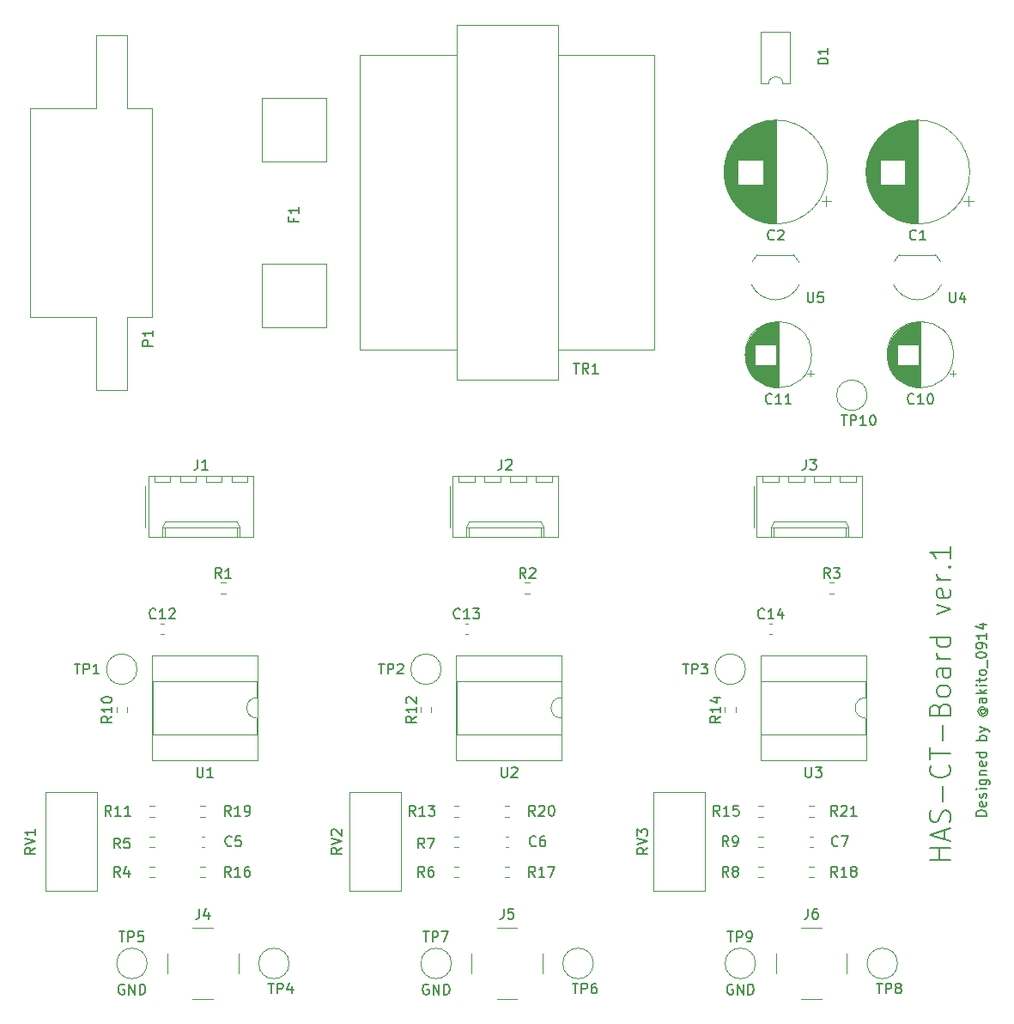
<source format=gbr>
%TF.GenerationSoftware,KiCad,Pcbnew,(5.1.10)-1*%
%TF.CreationDate,2021-09-26T04:03:23+09:00*%
%TF.ProjectId,HAS-CT-Board,4841532d-4354-42d4-926f-6172642e6b69,rev?*%
%TF.SameCoordinates,Original*%
%TF.FileFunction,Legend,Top*%
%TF.FilePolarity,Positive*%
%FSLAX46Y46*%
G04 Gerber Fmt 4.6, Leading zero omitted, Abs format (unit mm)*
G04 Created by KiCad (PCBNEW (5.1.10)-1) date 2021-09-26 04:03:23*
%MOMM*%
%LPD*%
G01*
G04 APERTURE LIST*
%ADD10C,0.150000*%
%ADD11C,0.200000*%
%ADD12C,0.120000*%
G04 APERTURE END LIST*
D10*
X147252380Y-130476190D02*
X146252380Y-130476190D01*
X146252380Y-130238095D01*
X146300000Y-130095238D01*
X146395238Y-130000000D01*
X146490476Y-129952380D01*
X146680952Y-129904761D01*
X146823809Y-129904761D01*
X147014285Y-129952380D01*
X147109523Y-130000000D01*
X147204761Y-130095238D01*
X147252380Y-130238095D01*
X147252380Y-130476190D01*
X147204761Y-129095238D02*
X147252380Y-129190476D01*
X147252380Y-129380952D01*
X147204761Y-129476190D01*
X147109523Y-129523809D01*
X146728571Y-129523809D01*
X146633333Y-129476190D01*
X146585714Y-129380952D01*
X146585714Y-129190476D01*
X146633333Y-129095238D01*
X146728571Y-129047619D01*
X146823809Y-129047619D01*
X146919047Y-129523809D01*
X147204761Y-128666666D02*
X147252380Y-128571428D01*
X147252380Y-128380952D01*
X147204761Y-128285714D01*
X147109523Y-128238095D01*
X147061904Y-128238095D01*
X146966666Y-128285714D01*
X146919047Y-128380952D01*
X146919047Y-128523809D01*
X146871428Y-128619047D01*
X146776190Y-128666666D01*
X146728571Y-128666666D01*
X146633333Y-128619047D01*
X146585714Y-128523809D01*
X146585714Y-128380952D01*
X146633333Y-128285714D01*
X147252380Y-127809523D02*
X146585714Y-127809523D01*
X146252380Y-127809523D02*
X146300000Y-127857142D01*
X146347619Y-127809523D01*
X146300000Y-127761904D01*
X146252380Y-127809523D01*
X146347619Y-127809523D01*
X146585714Y-126904761D02*
X147395238Y-126904761D01*
X147490476Y-126952380D01*
X147538095Y-127000000D01*
X147585714Y-127095238D01*
X147585714Y-127238095D01*
X147538095Y-127333333D01*
X147204761Y-126904761D02*
X147252380Y-127000000D01*
X147252380Y-127190476D01*
X147204761Y-127285714D01*
X147157142Y-127333333D01*
X147061904Y-127380952D01*
X146776190Y-127380952D01*
X146680952Y-127333333D01*
X146633333Y-127285714D01*
X146585714Y-127190476D01*
X146585714Y-127000000D01*
X146633333Y-126904761D01*
X146585714Y-126428571D02*
X147252380Y-126428571D01*
X146680952Y-126428571D02*
X146633333Y-126380952D01*
X146585714Y-126285714D01*
X146585714Y-126142857D01*
X146633333Y-126047619D01*
X146728571Y-126000000D01*
X147252380Y-126000000D01*
X147204761Y-125142857D02*
X147252380Y-125238095D01*
X147252380Y-125428571D01*
X147204761Y-125523809D01*
X147109523Y-125571428D01*
X146728571Y-125571428D01*
X146633333Y-125523809D01*
X146585714Y-125428571D01*
X146585714Y-125238095D01*
X146633333Y-125142857D01*
X146728571Y-125095238D01*
X146823809Y-125095238D01*
X146919047Y-125571428D01*
X147252380Y-124238095D02*
X146252380Y-124238095D01*
X147204761Y-124238095D02*
X147252380Y-124333333D01*
X147252380Y-124523809D01*
X147204761Y-124619047D01*
X147157142Y-124666666D01*
X147061904Y-124714285D01*
X146776190Y-124714285D01*
X146680952Y-124666666D01*
X146633333Y-124619047D01*
X146585714Y-124523809D01*
X146585714Y-124333333D01*
X146633333Y-124238095D01*
X147252380Y-123000000D02*
X146252380Y-123000000D01*
X146633333Y-123000000D02*
X146585714Y-122904761D01*
X146585714Y-122714285D01*
X146633333Y-122619047D01*
X146680952Y-122571428D01*
X146776190Y-122523809D01*
X147061904Y-122523809D01*
X147157142Y-122571428D01*
X147204761Y-122619047D01*
X147252380Y-122714285D01*
X147252380Y-122904761D01*
X147204761Y-123000000D01*
X146585714Y-122190476D02*
X147252380Y-121952380D01*
X146585714Y-121714285D02*
X147252380Y-121952380D01*
X147490476Y-122047619D01*
X147538095Y-122095238D01*
X147585714Y-122190476D01*
X146776190Y-119952380D02*
X146728571Y-120000000D01*
X146680952Y-120095238D01*
X146680952Y-120190476D01*
X146728571Y-120285714D01*
X146776190Y-120333333D01*
X146871428Y-120380952D01*
X146966666Y-120380952D01*
X147061904Y-120333333D01*
X147109523Y-120285714D01*
X147157142Y-120190476D01*
X147157142Y-120095238D01*
X147109523Y-120000000D01*
X147061904Y-119952380D01*
X146680952Y-119952380D02*
X147061904Y-119952380D01*
X147109523Y-119904761D01*
X147109523Y-119857142D01*
X147061904Y-119761904D01*
X146966666Y-119714285D01*
X146728571Y-119714285D01*
X146585714Y-119809523D01*
X146490476Y-119952380D01*
X146442857Y-120142857D01*
X146490476Y-120333333D01*
X146585714Y-120476190D01*
X146728571Y-120571428D01*
X146919047Y-120619047D01*
X147109523Y-120571428D01*
X147252380Y-120476190D01*
X147347619Y-120333333D01*
X147395238Y-120142857D01*
X147347619Y-119952380D01*
X147252380Y-119809523D01*
X147252380Y-118857142D02*
X146728571Y-118857142D01*
X146633333Y-118904761D01*
X146585714Y-119000000D01*
X146585714Y-119190476D01*
X146633333Y-119285714D01*
X147204761Y-118857142D02*
X147252380Y-118952380D01*
X147252380Y-119190476D01*
X147204761Y-119285714D01*
X147109523Y-119333333D01*
X147014285Y-119333333D01*
X146919047Y-119285714D01*
X146871428Y-119190476D01*
X146871428Y-118952380D01*
X146823809Y-118857142D01*
X147252380Y-118380952D02*
X146252380Y-118380952D01*
X146871428Y-118285714D02*
X147252380Y-118000000D01*
X146585714Y-118000000D02*
X146966666Y-118380952D01*
X147252380Y-117571428D02*
X146585714Y-117571428D01*
X146252380Y-117571428D02*
X146300000Y-117619047D01*
X146347619Y-117571428D01*
X146300000Y-117523809D01*
X146252380Y-117571428D01*
X146347619Y-117571428D01*
X146585714Y-117238095D02*
X146585714Y-116857142D01*
X146252380Y-117095238D02*
X147109523Y-117095238D01*
X147204761Y-117047619D01*
X147252380Y-116952380D01*
X147252380Y-116857142D01*
X147252380Y-116380952D02*
X147204761Y-116476190D01*
X147157142Y-116523809D01*
X147061904Y-116571428D01*
X146776190Y-116571428D01*
X146680952Y-116523809D01*
X146633333Y-116476190D01*
X146585714Y-116380952D01*
X146585714Y-116238095D01*
X146633333Y-116142857D01*
X146680952Y-116095238D01*
X146776190Y-116047619D01*
X147061904Y-116047619D01*
X147157142Y-116095238D01*
X147204761Y-116142857D01*
X147252380Y-116238095D01*
X147252380Y-116380952D01*
X147347619Y-115857142D02*
X147347619Y-115095238D01*
X146252380Y-114666666D02*
X146252380Y-114571428D01*
X146300000Y-114476190D01*
X146347619Y-114428571D01*
X146442857Y-114380952D01*
X146633333Y-114333333D01*
X146871428Y-114333333D01*
X147061904Y-114380952D01*
X147157142Y-114428571D01*
X147204761Y-114476190D01*
X147252380Y-114571428D01*
X147252380Y-114666666D01*
X147204761Y-114761904D01*
X147157142Y-114809523D01*
X147061904Y-114857142D01*
X146871428Y-114904761D01*
X146633333Y-114904761D01*
X146442857Y-114857142D01*
X146347619Y-114809523D01*
X146300000Y-114761904D01*
X146252380Y-114666666D01*
X147252380Y-113857142D02*
X147252380Y-113666666D01*
X147204761Y-113571428D01*
X147157142Y-113523809D01*
X147014285Y-113428571D01*
X146823809Y-113380952D01*
X146442857Y-113380952D01*
X146347619Y-113428571D01*
X146300000Y-113476190D01*
X146252380Y-113571428D01*
X146252380Y-113761904D01*
X146300000Y-113857142D01*
X146347619Y-113904761D01*
X146442857Y-113952380D01*
X146680952Y-113952380D01*
X146776190Y-113904761D01*
X146823809Y-113857142D01*
X146871428Y-113761904D01*
X146871428Y-113571428D01*
X146823809Y-113476190D01*
X146776190Y-113428571D01*
X146680952Y-113380952D01*
X147252380Y-112428571D02*
X147252380Y-113000000D01*
X147252380Y-112714285D02*
X146252380Y-112714285D01*
X146395238Y-112809523D01*
X146490476Y-112904761D01*
X146538095Y-113000000D01*
X146585714Y-111571428D02*
X147252380Y-111571428D01*
X146204761Y-111809523D02*
X146919047Y-112047619D01*
X146919047Y-111428571D01*
D11*
X143704761Y-134780952D02*
X141704761Y-134780952D01*
X142657142Y-134780952D02*
X142657142Y-133638095D01*
X143704761Y-133638095D02*
X141704761Y-133638095D01*
X143133333Y-132780952D02*
X143133333Y-131828571D01*
X143704761Y-132971428D02*
X141704761Y-132304761D01*
X143704761Y-131638095D01*
X143609523Y-131066666D02*
X143704761Y-130780952D01*
X143704761Y-130304761D01*
X143609523Y-130114285D01*
X143514285Y-130019047D01*
X143323809Y-129923809D01*
X143133333Y-129923809D01*
X142942857Y-130019047D01*
X142847619Y-130114285D01*
X142752380Y-130304761D01*
X142657142Y-130685714D01*
X142561904Y-130876190D01*
X142466666Y-130971428D01*
X142276190Y-131066666D01*
X142085714Y-131066666D01*
X141895238Y-130971428D01*
X141800000Y-130876190D01*
X141704761Y-130685714D01*
X141704761Y-130209523D01*
X141800000Y-129923809D01*
X142942857Y-129066666D02*
X142942857Y-127542857D01*
X143514285Y-125447619D02*
X143609523Y-125542857D01*
X143704761Y-125828571D01*
X143704761Y-126019047D01*
X143609523Y-126304761D01*
X143419047Y-126495238D01*
X143228571Y-126590476D01*
X142847619Y-126685714D01*
X142561904Y-126685714D01*
X142180952Y-126590476D01*
X141990476Y-126495238D01*
X141800000Y-126304761D01*
X141704761Y-126019047D01*
X141704761Y-125828571D01*
X141800000Y-125542857D01*
X141895238Y-125447619D01*
X141704761Y-124876190D02*
X141704761Y-123733333D01*
X143704761Y-124304761D02*
X141704761Y-124304761D01*
X142942857Y-123066666D02*
X142942857Y-121542857D01*
X142657142Y-119923809D02*
X142752380Y-119638095D01*
X142847619Y-119542857D01*
X143038095Y-119447619D01*
X143323809Y-119447619D01*
X143514285Y-119542857D01*
X143609523Y-119638095D01*
X143704761Y-119828571D01*
X143704761Y-120590476D01*
X141704761Y-120590476D01*
X141704761Y-119923809D01*
X141800000Y-119733333D01*
X141895238Y-119638095D01*
X142085714Y-119542857D01*
X142276190Y-119542857D01*
X142466666Y-119638095D01*
X142561904Y-119733333D01*
X142657142Y-119923809D01*
X142657142Y-120590476D01*
X143704761Y-118304761D02*
X143609523Y-118495238D01*
X143514285Y-118590476D01*
X143323809Y-118685714D01*
X142752380Y-118685714D01*
X142561904Y-118590476D01*
X142466666Y-118495238D01*
X142371428Y-118304761D01*
X142371428Y-118019047D01*
X142466666Y-117828571D01*
X142561904Y-117733333D01*
X142752380Y-117638095D01*
X143323809Y-117638095D01*
X143514285Y-117733333D01*
X143609523Y-117828571D01*
X143704761Y-118019047D01*
X143704761Y-118304761D01*
X143704761Y-115923809D02*
X142657142Y-115923809D01*
X142466666Y-116019047D01*
X142371428Y-116209523D01*
X142371428Y-116590476D01*
X142466666Y-116780952D01*
X143609523Y-115923809D02*
X143704761Y-116114285D01*
X143704761Y-116590476D01*
X143609523Y-116780952D01*
X143419047Y-116876190D01*
X143228571Y-116876190D01*
X143038095Y-116780952D01*
X142942857Y-116590476D01*
X142942857Y-116114285D01*
X142847619Y-115923809D01*
X143704761Y-114971428D02*
X142371428Y-114971428D01*
X142752380Y-114971428D02*
X142561904Y-114876190D01*
X142466666Y-114780952D01*
X142371428Y-114590476D01*
X142371428Y-114400000D01*
X143704761Y-112876190D02*
X141704761Y-112876190D01*
X143609523Y-112876190D02*
X143704761Y-113066666D01*
X143704761Y-113447619D01*
X143609523Y-113638095D01*
X143514285Y-113733333D01*
X143323809Y-113828571D01*
X142752380Y-113828571D01*
X142561904Y-113733333D01*
X142466666Y-113638095D01*
X142371428Y-113447619D01*
X142371428Y-113066666D01*
X142466666Y-112876190D01*
X142371428Y-110590476D02*
X143704761Y-110114285D01*
X142371428Y-109638095D01*
X143609523Y-108114285D02*
X143704761Y-108304761D01*
X143704761Y-108685714D01*
X143609523Y-108876190D01*
X143419047Y-108971428D01*
X142657142Y-108971428D01*
X142466666Y-108876190D01*
X142371428Y-108685714D01*
X142371428Y-108304761D01*
X142466666Y-108114285D01*
X142657142Y-108019047D01*
X142847619Y-108019047D01*
X143038095Y-108971428D01*
X143704761Y-107161904D02*
X142371428Y-107161904D01*
X142752380Y-107161904D02*
X142561904Y-107066666D01*
X142466666Y-106971428D01*
X142371428Y-106780952D01*
X142371428Y-106590476D01*
X143514285Y-105923809D02*
X143609523Y-105828571D01*
X143704761Y-105923809D01*
X143609523Y-106019047D01*
X143514285Y-105923809D01*
X143704761Y-105923809D01*
X143704761Y-103923809D02*
X143704761Y-105066666D01*
X143704761Y-104495238D02*
X141704761Y-104495238D01*
X141990476Y-104685714D01*
X142180952Y-104876190D01*
X142276190Y-105066666D01*
D10*
X62238095Y-147100000D02*
X62142857Y-147052380D01*
X62000000Y-147052380D01*
X61857142Y-147100000D01*
X61761904Y-147195238D01*
X61714285Y-147290476D01*
X61666666Y-147480952D01*
X61666666Y-147623809D01*
X61714285Y-147814285D01*
X61761904Y-147909523D01*
X61857142Y-148004761D01*
X62000000Y-148052380D01*
X62095238Y-148052380D01*
X62238095Y-148004761D01*
X62285714Y-147957142D01*
X62285714Y-147623809D01*
X62095238Y-147623809D01*
X62714285Y-148052380D02*
X62714285Y-147052380D01*
X63285714Y-148052380D01*
X63285714Y-147052380D01*
X63761904Y-148052380D02*
X63761904Y-147052380D01*
X64000000Y-147052380D01*
X64142857Y-147100000D01*
X64238095Y-147195238D01*
X64285714Y-147290476D01*
X64333333Y-147480952D01*
X64333333Y-147623809D01*
X64285714Y-147814285D01*
X64238095Y-147909523D01*
X64142857Y-148004761D01*
X64000000Y-148052380D01*
X63761904Y-148052380D01*
X92238095Y-147100000D02*
X92142857Y-147052380D01*
X92000000Y-147052380D01*
X91857142Y-147100000D01*
X91761904Y-147195238D01*
X91714285Y-147290476D01*
X91666666Y-147480952D01*
X91666666Y-147623809D01*
X91714285Y-147814285D01*
X91761904Y-147909523D01*
X91857142Y-148004761D01*
X92000000Y-148052380D01*
X92095238Y-148052380D01*
X92238095Y-148004761D01*
X92285714Y-147957142D01*
X92285714Y-147623809D01*
X92095238Y-147623809D01*
X92714285Y-148052380D02*
X92714285Y-147052380D01*
X93285714Y-148052380D01*
X93285714Y-147052380D01*
X93761904Y-148052380D02*
X93761904Y-147052380D01*
X94000000Y-147052380D01*
X94142857Y-147100000D01*
X94238095Y-147195238D01*
X94285714Y-147290476D01*
X94333333Y-147480952D01*
X94333333Y-147623809D01*
X94285714Y-147814285D01*
X94238095Y-147909523D01*
X94142857Y-148004761D01*
X94000000Y-148052380D01*
X93761904Y-148052380D01*
X122238095Y-147100000D02*
X122142857Y-147052380D01*
X122000000Y-147052380D01*
X121857142Y-147100000D01*
X121761904Y-147195238D01*
X121714285Y-147290476D01*
X121666666Y-147480952D01*
X121666666Y-147623809D01*
X121714285Y-147814285D01*
X121761904Y-147909523D01*
X121857142Y-148004761D01*
X122000000Y-148052380D01*
X122095238Y-148052380D01*
X122238095Y-148004761D01*
X122285714Y-147957142D01*
X122285714Y-147623809D01*
X122095238Y-147623809D01*
X122714285Y-148052380D02*
X122714285Y-147052380D01*
X123285714Y-148052380D01*
X123285714Y-147052380D01*
X123761904Y-148052380D02*
X123761904Y-147052380D01*
X124000000Y-147052380D01*
X124142857Y-147100000D01*
X124238095Y-147195238D01*
X124285714Y-147290476D01*
X124333333Y-147480952D01*
X124333333Y-147623809D01*
X124285714Y-147814285D01*
X124238095Y-147909523D01*
X124142857Y-148004761D01*
X124000000Y-148052380D01*
X123761904Y-148052380D01*
D12*
%TO.C,U1*%
X75330000Y-118810000D02*
X75330000Y-117160000D01*
X75330000Y-117160000D02*
X65050000Y-117160000D01*
X65050000Y-117160000D02*
X65050000Y-122460000D01*
X65050000Y-122460000D02*
X75330000Y-122460000D01*
X75330000Y-122460000D02*
X75330000Y-120810000D01*
X75390000Y-114670000D02*
X64990000Y-114670000D01*
X64990000Y-114670000D02*
X64990000Y-124950000D01*
X64990000Y-124950000D02*
X75390000Y-124950000D01*
X75390000Y-124950000D02*
X75390000Y-114670000D01*
X75330000Y-120810000D02*
G75*
G02*
X75330000Y-118810000I0J1000000D01*
G01*
%TO.C,C1*%
X145479646Y-70375000D02*
X145479646Y-69375000D01*
X145979646Y-69875000D02*
X144979646Y-69875000D01*
X135419000Y-67599000D02*
X135419000Y-66401000D01*
X135459000Y-67862000D02*
X135459000Y-66138000D01*
X135499000Y-68062000D02*
X135499000Y-65938000D01*
X135539000Y-68230000D02*
X135539000Y-65770000D01*
X135579000Y-68378000D02*
X135579000Y-65622000D01*
X135619000Y-68510000D02*
X135619000Y-65490000D01*
X135659000Y-68630000D02*
X135659000Y-65370000D01*
X135699000Y-68742000D02*
X135699000Y-65258000D01*
X135739000Y-68846000D02*
X135739000Y-65154000D01*
X135779000Y-68944000D02*
X135779000Y-65056000D01*
X135819000Y-69037000D02*
X135819000Y-64963000D01*
X135859000Y-69125000D02*
X135859000Y-64875000D01*
X135899000Y-69209000D02*
X135899000Y-64791000D01*
X135939000Y-69289000D02*
X135939000Y-64711000D01*
X135979000Y-69365000D02*
X135979000Y-64635000D01*
X136019000Y-69439000D02*
X136019000Y-64561000D01*
X136059000Y-69510000D02*
X136059000Y-64490000D01*
X136099000Y-69579000D02*
X136099000Y-64421000D01*
X136139000Y-69645000D02*
X136139000Y-64355000D01*
X136179000Y-69709000D02*
X136179000Y-64291000D01*
X136219000Y-69770000D02*
X136219000Y-64230000D01*
X136259000Y-69830000D02*
X136259000Y-64170000D01*
X136299000Y-69889000D02*
X136299000Y-64111000D01*
X136339000Y-69945000D02*
X136339000Y-64055000D01*
X136379000Y-70000000D02*
X136379000Y-64000000D01*
X136419000Y-70054000D02*
X136419000Y-63946000D01*
X136459000Y-70106000D02*
X136459000Y-63894000D01*
X136499000Y-70156000D02*
X136499000Y-63844000D01*
X136539000Y-70206000D02*
X136539000Y-63794000D01*
X136579000Y-70254000D02*
X136579000Y-63746000D01*
X136619000Y-70301000D02*
X136619000Y-63699000D01*
X136659000Y-70347000D02*
X136659000Y-63653000D01*
X136699000Y-70392000D02*
X136699000Y-63608000D01*
X136739000Y-70436000D02*
X136739000Y-63564000D01*
X136779000Y-65759000D02*
X136779000Y-63522000D01*
X136779000Y-70478000D02*
X136779000Y-68241000D01*
X136819000Y-65759000D02*
X136819000Y-63480000D01*
X136819000Y-70520000D02*
X136819000Y-68241000D01*
X136859000Y-65759000D02*
X136859000Y-63439000D01*
X136859000Y-70561000D02*
X136859000Y-68241000D01*
X136899000Y-65759000D02*
X136899000Y-63399000D01*
X136899000Y-70601000D02*
X136899000Y-68241000D01*
X136939000Y-65759000D02*
X136939000Y-63360000D01*
X136939000Y-70640000D02*
X136939000Y-68241000D01*
X136979000Y-65759000D02*
X136979000Y-63321000D01*
X136979000Y-70679000D02*
X136979000Y-68241000D01*
X137019000Y-65759000D02*
X137019000Y-63284000D01*
X137019000Y-70716000D02*
X137019000Y-68241000D01*
X137059000Y-65759000D02*
X137059000Y-63247000D01*
X137059000Y-70753000D02*
X137059000Y-68241000D01*
X137099000Y-65759000D02*
X137099000Y-63211000D01*
X137099000Y-70789000D02*
X137099000Y-68241000D01*
X137139000Y-65759000D02*
X137139000Y-63176000D01*
X137139000Y-70824000D02*
X137139000Y-68241000D01*
X137179000Y-65759000D02*
X137179000Y-63142000D01*
X137179000Y-70858000D02*
X137179000Y-68241000D01*
X137219000Y-65759000D02*
X137219000Y-63108000D01*
X137219000Y-70892000D02*
X137219000Y-68241000D01*
X137259000Y-65759000D02*
X137259000Y-63075000D01*
X137259000Y-70925000D02*
X137259000Y-68241000D01*
X137299000Y-65759000D02*
X137299000Y-63043000D01*
X137299000Y-70957000D02*
X137299000Y-68241000D01*
X137339000Y-65759000D02*
X137339000Y-63011000D01*
X137339000Y-70989000D02*
X137339000Y-68241000D01*
X137379000Y-65759000D02*
X137379000Y-62980000D01*
X137379000Y-71020000D02*
X137379000Y-68241000D01*
X137419000Y-65759000D02*
X137419000Y-62950000D01*
X137419000Y-71050000D02*
X137419000Y-68241000D01*
X137459000Y-65759000D02*
X137459000Y-62920000D01*
X137459000Y-71080000D02*
X137459000Y-68241000D01*
X137499000Y-65759000D02*
X137499000Y-62890000D01*
X137499000Y-71110000D02*
X137499000Y-68241000D01*
X137539000Y-65759000D02*
X137539000Y-62862000D01*
X137539000Y-71138000D02*
X137539000Y-68241000D01*
X137579000Y-65759000D02*
X137579000Y-62834000D01*
X137579000Y-71166000D02*
X137579000Y-68241000D01*
X137619000Y-65759000D02*
X137619000Y-62806000D01*
X137619000Y-71194000D02*
X137619000Y-68241000D01*
X137659000Y-65759000D02*
X137659000Y-62779000D01*
X137659000Y-71221000D02*
X137659000Y-68241000D01*
X137699000Y-65759000D02*
X137699000Y-62753000D01*
X137699000Y-71247000D02*
X137699000Y-68241000D01*
X137739000Y-65759000D02*
X137739000Y-62727000D01*
X137739000Y-71273000D02*
X137739000Y-68241000D01*
X137779000Y-65759000D02*
X137779000Y-62702000D01*
X137779000Y-71298000D02*
X137779000Y-68241000D01*
X137819000Y-65759000D02*
X137819000Y-62677000D01*
X137819000Y-71323000D02*
X137819000Y-68241000D01*
X137859000Y-65759000D02*
X137859000Y-62653000D01*
X137859000Y-71347000D02*
X137859000Y-68241000D01*
X137899000Y-65759000D02*
X137899000Y-62629000D01*
X137899000Y-71371000D02*
X137899000Y-68241000D01*
X137939000Y-65759000D02*
X137939000Y-62605000D01*
X137939000Y-71395000D02*
X137939000Y-68241000D01*
X137979000Y-65759000D02*
X137979000Y-62583000D01*
X137979000Y-71417000D02*
X137979000Y-68241000D01*
X138019000Y-65759000D02*
X138019000Y-62560000D01*
X138019000Y-71440000D02*
X138019000Y-68241000D01*
X138059000Y-65759000D02*
X138059000Y-62538000D01*
X138059000Y-71462000D02*
X138059000Y-68241000D01*
X138099000Y-65759000D02*
X138099000Y-62517000D01*
X138099000Y-71483000D02*
X138099000Y-68241000D01*
X138139000Y-65759000D02*
X138139000Y-62496000D01*
X138139000Y-71504000D02*
X138139000Y-68241000D01*
X138179000Y-65759000D02*
X138179000Y-62475000D01*
X138179000Y-71525000D02*
X138179000Y-68241000D01*
X138219000Y-65759000D02*
X138219000Y-62455000D01*
X138219000Y-71545000D02*
X138219000Y-68241000D01*
X138259000Y-65759000D02*
X138259000Y-62436000D01*
X138259000Y-71564000D02*
X138259000Y-68241000D01*
X138299000Y-65759000D02*
X138299000Y-62416000D01*
X138299000Y-71584000D02*
X138299000Y-68241000D01*
X138339000Y-65759000D02*
X138339000Y-62397000D01*
X138339000Y-71603000D02*
X138339000Y-68241000D01*
X138379000Y-65759000D02*
X138379000Y-62379000D01*
X138379000Y-71621000D02*
X138379000Y-68241000D01*
X138419000Y-65759000D02*
X138419000Y-62361000D01*
X138419000Y-71639000D02*
X138419000Y-68241000D01*
X138459000Y-65759000D02*
X138459000Y-62343000D01*
X138459000Y-71657000D02*
X138459000Y-68241000D01*
X138499000Y-65759000D02*
X138499000Y-62326000D01*
X138499000Y-71674000D02*
X138499000Y-68241000D01*
X138539000Y-65759000D02*
X138539000Y-62310000D01*
X138539000Y-71690000D02*
X138539000Y-68241000D01*
X138579000Y-65759000D02*
X138579000Y-62293000D01*
X138579000Y-71707000D02*
X138579000Y-68241000D01*
X138619000Y-65759000D02*
X138619000Y-62277000D01*
X138619000Y-71723000D02*
X138619000Y-68241000D01*
X138659000Y-65759000D02*
X138659000Y-62262000D01*
X138659000Y-71738000D02*
X138659000Y-68241000D01*
X138699000Y-65759000D02*
X138699000Y-62246000D01*
X138699000Y-71754000D02*
X138699000Y-68241000D01*
X138739000Y-65759000D02*
X138739000Y-62232000D01*
X138739000Y-71768000D02*
X138739000Y-68241000D01*
X138779000Y-65759000D02*
X138779000Y-62217000D01*
X138779000Y-71783000D02*
X138779000Y-68241000D01*
X138819000Y-65759000D02*
X138819000Y-62203000D01*
X138819000Y-71797000D02*
X138819000Y-68241000D01*
X138859000Y-65759000D02*
X138859000Y-62189000D01*
X138859000Y-71811000D02*
X138859000Y-68241000D01*
X138899000Y-65759000D02*
X138899000Y-62176000D01*
X138899000Y-71824000D02*
X138899000Y-68241000D01*
X138939000Y-65759000D02*
X138939000Y-62163000D01*
X138939000Y-71837000D02*
X138939000Y-68241000D01*
X138979000Y-65759000D02*
X138979000Y-62150000D01*
X138979000Y-71850000D02*
X138979000Y-68241000D01*
X139019000Y-65759000D02*
X139019000Y-62138000D01*
X139019000Y-71862000D02*
X139019000Y-68241000D01*
X139059000Y-65759000D02*
X139059000Y-62126000D01*
X139059000Y-71874000D02*
X139059000Y-68241000D01*
X139099000Y-65759000D02*
X139099000Y-62115000D01*
X139099000Y-71885000D02*
X139099000Y-68241000D01*
X139139000Y-65759000D02*
X139139000Y-62103000D01*
X139139000Y-71897000D02*
X139139000Y-68241000D01*
X139179000Y-65759000D02*
X139179000Y-62093000D01*
X139179000Y-71907000D02*
X139179000Y-68241000D01*
X139219000Y-65759000D02*
X139219000Y-62082000D01*
X139219000Y-71918000D02*
X139219000Y-68241000D01*
X139259000Y-71928000D02*
X139259000Y-62072000D01*
X139299000Y-71938000D02*
X139299000Y-62062000D01*
X139339000Y-71947000D02*
X139339000Y-62053000D01*
X139379000Y-71956000D02*
X139379000Y-62044000D01*
X139419000Y-71965000D02*
X139419000Y-62035000D01*
X139459000Y-71974000D02*
X139459000Y-62026000D01*
X139499000Y-71982000D02*
X139499000Y-62018000D01*
X139539000Y-71990000D02*
X139539000Y-62010000D01*
X139579000Y-71997000D02*
X139579000Y-62003000D01*
X139619000Y-72004000D02*
X139619000Y-61996000D01*
X139659000Y-72011000D02*
X139659000Y-61989000D01*
X139699000Y-72018000D02*
X139699000Y-61982000D01*
X139739000Y-72024000D02*
X139739000Y-61976000D01*
X139779000Y-72030000D02*
X139779000Y-61970000D01*
X139820000Y-72035000D02*
X139820000Y-61965000D01*
X139860000Y-72040000D02*
X139860000Y-61960000D01*
X139900000Y-72045000D02*
X139900000Y-61955000D01*
X139940000Y-72050000D02*
X139940000Y-61950000D01*
X139980000Y-72054000D02*
X139980000Y-61946000D01*
X140020000Y-72058000D02*
X140020000Y-61942000D01*
X140060000Y-72062000D02*
X140060000Y-61938000D01*
X140100000Y-72065000D02*
X140100000Y-61935000D01*
X140140000Y-72068000D02*
X140140000Y-61932000D01*
X140180000Y-72070000D02*
X140180000Y-61930000D01*
X140220000Y-72073000D02*
X140220000Y-61927000D01*
X140260000Y-72075000D02*
X140260000Y-61925000D01*
X140300000Y-72077000D02*
X140300000Y-61923000D01*
X140340000Y-72078000D02*
X140340000Y-61922000D01*
X140380000Y-72079000D02*
X140380000Y-61921000D01*
X140420000Y-72080000D02*
X140420000Y-61920000D01*
X140460000Y-72080000D02*
X140460000Y-61920000D01*
X140500000Y-72080000D02*
X140500000Y-61920000D01*
X145620000Y-67000000D02*
G75*
G03*
X145620000Y-67000000I-5120000J0D01*
G01*
%TO.C,C2*%
X131620000Y-67000000D02*
G75*
G03*
X131620000Y-67000000I-5120000J0D01*
G01*
X126500000Y-72080000D02*
X126500000Y-61920000D01*
X126460000Y-72080000D02*
X126460000Y-61920000D01*
X126420000Y-72080000D02*
X126420000Y-61920000D01*
X126380000Y-72079000D02*
X126380000Y-61921000D01*
X126340000Y-72078000D02*
X126340000Y-61922000D01*
X126300000Y-72077000D02*
X126300000Y-61923000D01*
X126260000Y-72075000D02*
X126260000Y-61925000D01*
X126220000Y-72073000D02*
X126220000Y-61927000D01*
X126180000Y-72070000D02*
X126180000Y-61930000D01*
X126140000Y-72068000D02*
X126140000Y-61932000D01*
X126100000Y-72065000D02*
X126100000Y-61935000D01*
X126060000Y-72062000D02*
X126060000Y-61938000D01*
X126020000Y-72058000D02*
X126020000Y-61942000D01*
X125980000Y-72054000D02*
X125980000Y-61946000D01*
X125940000Y-72050000D02*
X125940000Y-61950000D01*
X125900000Y-72045000D02*
X125900000Y-61955000D01*
X125860000Y-72040000D02*
X125860000Y-61960000D01*
X125820000Y-72035000D02*
X125820000Y-61965000D01*
X125779000Y-72030000D02*
X125779000Y-61970000D01*
X125739000Y-72024000D02*
X125739000Y-61976000D01*
X125699000Y-72018000D02*
X125699000Y-61982000D01*
X125659000Y-72011000D02*
X125659000Y-61989000D01*
X125619000Y-72004000D02*
X125619000Y-61996000D01*
X125579000Y-71997000D02*
X125579000Y-62003000D01*
X125539000Y-71990000D02*
X125539000Y-62010000D01*
X125499000Y-71982000D02*
X125499000Y-62018000D01*
X125459000Y-71974000D02*
X125459000Y-62026000D01*
X125419000Y-71965000D02*
X125419000Y-62035000D01*
X125379000Y-71956000D02*
X125379000Y-62044000D01*
X125339000Y-71947000D02*
X125339000Y-62053000D01*
X125299000Y-71938000D02*
X125299000Y-62062000D01*
X125259000Y-71928000D02*
X125259000Y-62072000D01*
X125219000Y-71918000D02*
X125219000Y-68241000D01*
X125219000Y-65759000D02*
X125219000Y-62082000D01*
X125179000Y-71907000D02*
X125179000Y-68241000D01*
X125179000Y-65759000D02*
X125179000Y-62093000D01*
X125139000Y-71897000D02*
X125139000Y-68241000D01*
X125139000Y-65759000D02*
X125139000Y-62103000D01*
X125099000Y-71885000D02*
X125099000Y-68241000D01*
X125099000Y-65759000D02*
X125099000Y-62115000D01*
X125059000Y-71874000D02*
X125059000Y-68241000D01*
X125059000Y-65759000D02*
X125059000Y-62126000D01*
X125019000Y-71862000D02*
X125019000Y-68241000D01*
X125019000Y-65759000D02*
X125019000Y-62138000D01*
X124979000Y-71850000D02*
X124979000Y-68241000D01*
X124979000Y-65759000D02*
X124979000Y-62150000D01*
X124939000Y-71837000D02*
X124939000Y-68241000D01*
X124939000Y-65759000D02*
X124939000Y-62163000D01*
X124899000Y-71824000D02*
X124899000Y-68241000D01*
X124899000Y-65759000D02*
X124899000Y-62176000D01*
X124859000Y-71811000D02*
X124859000Y-68241000D01*
X124859000Y-65759000D02*
X124859000Y-62189000D01*
X124819000Y-71797000D02*
X124819000Y-68241000D01*
X124819000Y-65759000D02*
X124819000Y-62203000D01*
X124779000Y-71783000D02*
X124779000Y-68241000D01*
X124779000Y-65759000D02*
X124779000Y-62217000D01*
X124739000Y-71768000D02*
X124739000Y-68241000D01*
X124739000Y-65759000D02*
X124739000Y-62232000D01*
X124699000Y-71754000D02*
X124699000Y-68241000D01*
X124699000Y-65759000D02*
X124699000Y-62246000D01*
X124659000Y-71738000D02*
X124659000Y-68241000D01*
X124659000Y-65759000D02*
X124659000Y-62262000D01*
X124619000Y-71723000D02*
X124619000Y-68241000D01*
X124619000Y-65759000D02*
X124619000Y-62277000D01*
X124579000Y-71707000D02*
X124579000Y-68241000D01*
X124579000Y-65759000D02*
X124579000Y-62293000D01*
X124539000Y-71690000D02*
X124539000Y-68241000D01*
X124539000Y-65759000D02*
X124539000Y-62310000D01*
X124499000Y-71674000D02*
X124499000Y-68241000D01*
X124499000Y-65759000D02*
X124499000Y-62326000D01*
X124459000Y-71657000D02*
X124459000Y-68241000D01*
X124459000Y-65759000D02*
X124459000Y-62343000D01*
X124419000Y-71639000D02*
X124419000Y-68241000D01*
X124419000Y-65759000D02*
X124419000Y-62361000D01*
X124379000Y-71621000D02*
X124379000Y-68241000D01*
X124379000Y-65759000D02*
X124379000Y-62379000D01*
X124339000Y-71603000D02*
X124339000Y-68241000D01*
X124339000Y-65759000D02*
X124339000Y-62397000D01*
X124299000Y-71584000D02*
X124299000Y-68241000D01*
X124299000Y-65759000D02*
X124299000Y-62416000D01*
X124259000Y-71564000D02*
X124259000Y-68241000D01*
X124259000Y-65759000D02*
X124259000Y-62436000D01*
X124219000Y-71545000D02*
X124219000Y-68241000D01*
X124219000Y-65759000D02*
X124219000Y-62455000D01*
X124179000Y-71525000D02*
X124179000Y-68241000D01*
X124179000Y-65759000D02*
X124179000Y-62475000D01*
X124139000Y-71504000D02*
X124139000Y-68241000D01*
X124139000Y-65759000D02*
X124139000Y-62496000D01*
X124099000Y-71483000D02*
X124099000Y-68241000D01*
X124099000Y-65759000D02*
X124099000Y-62517000D01*
X124059000Y-71462000D02*
X124059000Y-68241000D01*
X124059000Y-65759000D02*
X124059000Y-62538000D01*
X124019000Y-71440000D02*
X124019000Y-68241000D01*
X124019000Y-65759000D02*
X124019000Y-62560000D01*
X123979000Y-71417000D02*
X123979000Y-68241000D01*
X123979000Y-65759000D02*
X123979000Y-62583000D01*
X123939000Y-71395000D02*
X123939000Y-68241000D01*
X123939000Y-65759000D02*
X123939000Y-62605000D01*
X123899000Y-71371000D02*
X123899000Y-68241000D01*
X123899000Y-65759000D02*
X123899000Y-62629000D01*
X123859000Y-71347000D02*
X123859000Y-68241000D01*
X123859000Y-65759000D02*
X123859000Y-62653000D01*
X123819000Y-71323000D02*
X123819000Y-68241000D01*
X123819000Y-65759000D02*
X123819000Y-62677000D01*
X123779000Y-71298000D02*
X123779000Y-68241000D01*
X123779000Y-65759000D02*
X123779000Y-62702000D01*
X123739000Y-71273000D02*
X123739000Y-68241000D01*
X123739000Y-65759000D02*
X123739000Y-62727000D01*
X123699000Y-71247000D02*
X123699000Y-68241000D01*
X123699000Y-65759000D02*
X123699000Y-62753000D01*
X123659000Y-71221000D02*
X123659000Y-68241000D01*
X123659000Y-65759000D02*
X123659000Y-62779000D01*
X123619000Y-71194000D02*
X123619000Y-68241000D01*
X123619000Y-65759000D02*
X123619000Y-62806000D01*
X123579000Y-71166000D02*
X123579000Y-68241000D01*
X123579000Y-65759000D02*
X123579000Y-62834000D01*
X123539000Y-71138000D02*
X123539000Y-68241000D01*
X123539000Y-65759000D02*
X123539000Y-62862000D01*
X123499000Y-71110000D02*
X123499000Y-68241000D01*
X123499000Y-65759000D02*
X123499000Y-62890000D01*
X123459000Y-71080000D02*
X123459000Y-68241000D01*
X123459000Y-65759000D02*
X123459000Y-62920000D01*
X123419000Y-71050000D02*
X123419000Y-68241000D01*
X123419000Y-65759000D02*
X123419000Y-62950000D01*
X123379000Y-71020000D02*
X123379000Y-68241000D01*
X123379000Y-65759000D02*
X123379000Y-62980000D01*
X123339000Y-70989000D02*
X123339000Y-68241000D01*
X123339000Y-65759000D02*
X123339000Y-63011000D01*
X123299000Y-70957000D02*
X123299000Y-68241000D01*
X123299000Y-65759000D02*
X123299000Y-63043000D01*
X123259000Y-70925000D02*
X123259000Y-68241000D01*
X123259000Y-65759000D02*
X123259000Y-63075000D01*
X123219000Y-70892000D02*
X123219000Y-68241000D01*
X123219000Y-65759000D02*
X123219000Y-63108000D01*
X123179000Y-70858000D02*
X123179000Y-68241000D01*
X123179000Y-65759000D02*
X123179000Y-63142000D01*
X123139000Y-70824000D02*
X123139000Y-68241000D01*
X123139000Y-65759000D02*
X123139000Y-63176000D01*
X123099000Y-70789000D02*
X123099000Y-68241000D01*
X123099000Y-65759000D02*
X123099000Y-63211000D01*
X123059000Y-70753000D02*
X123059000Y-68241000D01*
X123059000Y-65759000D02*
X123059000Y-63247000D01*
X123019000Y-70716000D02*
X123019000Y-68241000D01*
X123019000Y-65759000D02*
X123019000Y-63284000D01*
X122979000Y-70679000D02*
X122979000Y-68241000D01*
X122979000Y-65759000D02*
X122979000Y-63321000D01*
X122939000Y-70640000D02*
X122939000Y-68241000D01*
X122939000Y-65759000D02*
X122939000Y-63360000D01*
X122899000Y-70601000D02*
X122899000Y-68241000D01*
X122899000Y-65759000D02*
X122899000Y-63399000D01*
X122859000Y-70561000D02*
X122859000Y-68241000D01*
X122859000Y-65759000D02*
X122859000Y-63439000D01*
X122819000Y-70520000D02*
X122819000Y-68241000D01*
X122819000Y-65759000D02*
X122819000Y-63480000D01*
X122779000Y-70478000D02*
X122779000Y-68241000D01*
X122779000Y-65759000D02*
X122779000Y-63522000D01*
X122739000Y-70436000D02*
X122739000Y-63564000D01*
X122699000Y-70392000D02*
X122699000Y-63608000D01*
X122659000Y-70347000D02*
X122659000Y-63653000D01*
X122619000Y-70301000D02*
X122619000Y-63699000D01*
X122579000Y-70254000D02*
X122579000Y-63746000D01*
X122539000Y-70206000D02*
X122539000Y-63794000D01*
X122499000Y-70156000D02*
X122499000Y-63844000D01*
X122459000Y-70106000D02*
X122459000Y-63894000D01*
X122419000Y-70054000D02*
X122419000Y-63946000D01*
X122379000Y-70000000D02*
X122379000Y-64000000D01*
X122339000Y-69945000D02*
X122339000Y-64055000D01*
X122299000Y-69889000D02*
X122299000Y-64111000D01*
X122259000Y-69830000D02*
X122259000Y-64170000D01*
X122219000Y-69770000D02*
X122219000Y-64230000D01*
X122179000Y-69709000D02*
X122179000Y-64291000D01*
X122139000Y-69645000D02*
X122139000Y-64355000D01*
X122099000Y-69579000D02*
X122099000Y-64421000D01*
X122059000Y-69510000D02*
X122059000Y-64490000D01*
X122019000Y-69439000D02*
X122019000Y-64561000D01*
X121979000Y-69365000D02*
X121979000Y-64635000D01*
X121939000Y-69289000D02*
X121939000Y-64711000D01*
X121899000Y-69209000D02*
X121899000Y-64791000D01*
X121859000Y-69125000D02*
X121859000Y-64875000D01*
X121819000Y-69037000D02*
X121819000Y-64963000D01*
X121779000Y-68944000D02*
X121779000Y-65056000D01*
X121739000Y-68846000D02*
X121739000Y-65154000D01*
X121699000Y-68742000D02*
X121699000Y-65258000D01*
X121659000Y-68630000D02*
X121659000Y-65370000D01*
X121619000Y-68510000D02*
X121619000Y-65490000D01*
X121579000Y-68378000D02*
X121579000Y-65622000D01*
X121539000Y-68230000D02*
X121539000Y-65770000D01*
X121499000Y-68062000D02*
X121499000Y-65938000D01*
X121459000Y-67862000D02*
X121459000Y-66138000D01*
X121419000Y-67599000D02*
X121419000Y-66401000D01*
X131979646Y-69875000D02*
X130979646Y-69875000D01*
X131479646Y-70375000D02*
X131479646Y-69375000D01*
%TO.C,C5*%
X70140580Y-133510000D02*
X69859420Y-133510000D01*
X70140580Y-132490000D02*
X69859420Y-132490000D01*
%TO.C,C6*%
X100140580Y-133510000D02*
X99859420Y-133510000D01*
X100140580Y-132490000D02*
X99859420Y-132490000D01*
%TO.C,C7*%
X130140580Y-132490000D02*
X129859420Y-132490000D01*
X130140580Y-133510000D02*
X129859420Y-133510000D01*
%TO.C,C10*%
X143935241Y-87154000D02*
X143935241Y-86524000D01*
X144250241Y-86839000D02*
X143620241Y-86839000D01*
X137509000Y-85402000D02*
X137509000Y-84598000D01*
X137549000Y-85633000D02*
X137549000Y-84367000D01*
X137589000Y-85802000D02*
X137589000Y-84198000D01*
X137629000Y-85940000D02*
X137629000Y-84060000D01*
X137669000Y-86059000D02*
X137669000Y-83941000D01*
X137709000Y-86165000D02*
X137709000Y-83835000D01*
X137749000Y-86262000D02*
X137749000Y-83738000D01*
X137789000Y-86350000D02*
X137789000Y-83650000D01*
X137829000Y-86432000D02*
X137829000Y-83568000D01*
X137869000Y-86509000D02*
X137869000Y-83491000D01*
X137909000Y-86581000D02*
X137909000Y-83419000D01*
X137949000Y-86650000D02*
X137949000Y-83350000D01*
X137989000Y-86714000D02*
X137989000Y-83286000D01*
X138029000Y-86776000D02*
X138029000Y-83224000D01*
X138069000Y-86834000D02*
X138069000Y-83166000D01*
X138109000Y-86890000D02*
X138109000Y-83110000D01*
X138149000Y-86944000D02*
X138149000Y-83056000D01*
X138189000Y-86995000D02*
X138189000Y-83005000D01*
X138229000Y-87044000D02*
X138229000Y-82956000D01*
X138269000Y-87092000D02*
X138269000Y-82908000D01*
X138309000Y-87137000D02*
X138309000Y-82863000D01*
X138349000Y-87182000D02*
X138349000Y-82818000D01*
X138389000Y-87224000D02*
X138389000Y-82776000D01*
X138429000Y-87265000D02*
X138429000Y-82735000D01*
X138469000Y-83960000D02*
X138469000Y-82695000D01*
X138469000Y-87305000D02*
X138469000Y-86040000D01*
X138509000Y-83960000D02*
X138509000Y-82657000D01*
X138509000Y-87343000D02*
X138509000Y-86040000D01*
X138549000Y-83960000D02*
X138549000Y-82620000D01*
X138549000Y-87380000D02*
X138549000Y-86040000D01*
X138589000Y-83960000D02*
X138589000Y-82584000D01*
X138589000Y-87416000D02*
X138589000Y-86040000D01*
X138629000Y-83960000D02*
X138629000Y-82550000D01*
X138629000Y-87450000D02*
X138629000Y-86040000D01*
X138669000Y-83960000D02*
X138669000Y-82516000D01*
X138669000Y-87484000D02*
X138669000Y-86040000D01*
X138709000Y-83960000D02*
X138709000Y-82484000D01*
X138709000Y-87516000D02*
X138709000Y-86040000D01*
X138749000Y-83960000D02*
X138749000Y-82452000D01*
X138749000Y-87548000D02*
X138749000Y-86040000D01*
X138789000Y-83960000D02*
X138789000Y-82422000D01*
X138789000Y-87578000D02*
X138789000Y-86040000D01*
X138829000Y-83960000D02*
X138829000Y-82393000D01*
X138829000Y-87607000D02*
X138829000Y-86040000D01*
X138869000Y-83960000D02*
X138869000Y-82364000D01*
X138869000Y-87636000D02*
X138869000Y-86040000D01*
X138909000Y-83960000D02*
X138909000Y-82336000D01*
X138909000Y-87664000D02*
X138909000Y-86040000D01*
X138949000Y-83960000D02*
X138949000Y-82310000D01*
X138949000Y-87690000D02*
X138949000Y-86040000D01*
X138989000Y-83960000D02*
X138989000Y-82284000D01*
X138989000Y-87716000D02*
X138989000Y-86040000D01*
X139029000Y-83960000D02*
X139029000Y-82258000D01*
X139029000Y-87742000D02*
X139029000Y-86040000D01*
X139069000Y-83960000D02*
X139069000Y-82234000D01*
X139069000Y-87766000D02*
X139069000Y-86040000D01*
X139109000Y-83960000D02*
X139109000Y-82210000D01*
X139109000Y-87790000D02*
X139109000Y-86040000D01*
X139149000Y-83960000D02*
X139149000Y-82188000D01*
X139149000Y-87812000D02*
X139149000Y-86040000D01*
X139189000Y-83960000D02*
X139189000Y-82166000D01*
X139189000Y-87834000D02*
X139189000Y-86040000D01*
X139229000Y-83960000D02*
X139229000Y-82144000D01*
X139229000Y-87856000D02*
X139229000Y-86040000D01*
X139269000Y-83960000D02*
X139269000Y-82124000D01*
X139269000Y-87876000D02*
X139269000Y-86040000D01*
X139309000Y-83960000D02*
X139309000Y-82104000D01*
X139309000Y-87896000D02*
X139309000Y-86040000D01*
X139349000Y-83960000D02*
X139349000Y-82084000D01*
X139349000Y-87916000D02*
X139349000Y-86040000D01*
X139389000Y-83960000D02*
X139389000Y-82066000D01*
X139389000Y-87934000D02*
X139389000Y-86040000D01*
X139429000Y-83960000D02*
X139429000Y-82048000D01*
X139429000Y-87952000D02*
X139429000Y-86040000D01*
X139469000Y-83960000D02*
X139469000Y-82030000D01*
X139469000Y-87970000D02*
X139469000Y-86040000D01*
X139509000Y-83960000D02*
X139509000Y-82014000D01*
X139509000Y-87986000D02*
X139509000Y-86040000D01*
X139549000Y-83960000D02*
X139549000Y-81998000D01*
X139549000Y-88002000D02*
X139549000Y-86040000D01*
X139589000Y-83960000D02*
X139589000Y-81982000D01*
X139589000Y-88018000D02*
X139589000Y-86040000D01*
X139629000Y-83960000D02*
X139629000Y-81967000D01*
X139629000Y-88033000D02*
X139629000Y-86040000D01*
X139669000Y-83960000D02*
X139669000Y-81953000D01*
X139669000Y-88047000D02*
X139669000Y-86040000D01*
X139709000Y-83960000D02*
X139709000Y-81939000D01*
X139709000Y-88061000D02*
X139709000Y-86040000D01*
X139749000Y-83960000D02*
X139749000Y-81926000D01*
X139749000Y-88074000D02*
X139749000Y-86040000D01*
X139789000Y-83960000D02*
X139789000Y-81914000D01*
X139789000Y-88086000D02*
X139789000Y-86040000D01*
X139829000Y-83960000D02*
X139829000Y-81902000D01*
X139829000Y-88098000D02*
X139829000Y-86040000D01*
X139869000Y-83960000D02*
X139869000Y-81890000D01*
X139869000Y-88110000D02*
X139869000Y-86040000D01*
X139909000Y-83960000D02*
X139909000Y-81879000D01*
X139909000Y-88121000D02*
X139909000Y-86040000D01*
X139949000Y-83960000D02*
X139949000Y-81869000D01*
X139949000Y-88131000D02*
X139949000Y-86040000D01*
X139989000Y-83960000D02*
X139989000Y-81859000D01*
X139989000Y-88141000D02*
X139989000Y-86040000D01*
X140029000Y-83960000D02*
X140029000Y-81850000D01*
X140029000Y-88150000D02*
X140029000Y-86040000D01*
X140070000Y-83960000D02*
X140070000Y-81841000D01*
X140070000Y-88159000D02*
X140070000Y-86040000D01*
X140110000Y-83960000D02*
X140110000Y-81833000D01*
X140110000Y-88167000D02*
X140110000Y-86040000D01*
X140150000Y-83960000D02*
X140150000Y-81825000D01*
X140150000Y-88175000D02*
X140150000Y-86040000D01*
X140190000Y-83960000D02*
X140190000Y-81818000D01*
X140190000Y-88182000D02*
X140190000Y-86040000D01*
X140230000Y-83960000D02*
X140230000Y-81811000D01*
X140230000Y-88189000D02*
X140230000Y-86040000D01*
X140270000Y-83960000D02*
X140270000Y-81805000D01*
X140270000Y-88195000D02*
X140270000Y-86040000D01*
X140310000Y-83960000D02*
X140310000Y-81799000D01*
X140310000Y-88201000D02*
X140310000Y-86040000D01*
X140350000Y-83960000D02*
X140350000Y-81794000D01*
X140350000Y-88206000D02*
X140350000Y-86040000D01*
X140390000Y-83960000D02*
X140390000Y-81789000D01*
X140390000Y-88211000D02*
X140390000Y-86040000D01*
X140430000Y-83960000D02*
X140430000Y-81785000D01*
X140430000Y-88215000D02*
X140430000Y-86040000D01*
X140470000Y-83960000D02*
X140470000Y-81782000D01*
X140470000Y-88218000D02*
X140470000Y-86040000D01*
X140510000Y-83960000D02*
X140510000Y-81778000D01*
X140510000Y-88222000D02*
X140510000Y-86040000D01*
X140550000Y-88224000D02*
X140550000Y-81776000D01*
X140590000Y-88227000D02*
X140590000Y-81773000D01*
X140630000Y-88228000D02*
X140630000Y-81772000D01*
X140670000Y-88230000D02*
X140670000Y-81770000D01*
X140710000Y-88230000D02*
X140710000Y-81770000D01*
X140750000Y-88230000D02*
X140750000Y-81770000D01*
X144020000Y-85000000D02*
G75*
G03*
X144020000Y-85000000I-3270000J0D01*
G01*
%TO.C,C11*%
X130020000Y-85000000D02*
G75*
G03*
X130020000Y-85000000I-3270000J0D01*
G01*
X126750000Y-88230000D02*
X126750000Y-81770000D01*
X126710000Y-88230000D02*
X126710000Y-81770000D01*
X126670000Y-88230000D02*
X126670000Y-81770000D01*
X126630000Y-88228000D02*
X126630000Y-81772000D01*
X126590000Y-88227000D02*
X126590000Y-81773000D01*
X126550000Y-88224000D02*
X126550000Y-81776000D01*
X126510000Y-88222000D02*
X126510000Y-86040000D01*
X126510000Y-83960000D02*
X126510000Y-81778000D01*
X126470000Y-88218000D02*
X126470000Y-86040000D01*
X126470000Y-83960000D02*
X126470000Y-81782000D01*
X126430000Y-88215000D02*
X126430000Y-86040000D01*
X126430000Y-83960000D02*
X126430000Y-81785000D01*
X126390000Y-88211000D02*
X126390000Y-86040000D01*
X126390000Y-83960000D02*
X126390000Y-81789000D01*
X126350000Y-88206000D02*
X126350000Y-86040000D01*
X126350000Y-83960000D02*
X126350000Y-81794000D01*
X126310000Y-88201000D02*
X126310000Y-86040000D01*
X126310000Y-83960000D02*
X126310000Y-81799000D01*
X126270000Y-88195000D02*
X126270000Y-86040000D01*
X126270000Y-83960000D02*
X126270000Y-81805000D01*
X126230000Y-88189000D02*
X126230000Y-86040000D01*
X126230000Y-83960000D02*
X126230000Y-81811000D01*
X126190000Y-88182000D02*
X126190000Y-86040000D01*
X126190000Y-83960000D02*
X126190000Y-81818000D01*
X126150000Y-88175000D02*
X126150000Y-86040000D01*
X126150000Y-83960000D02*
X126150000Y-81825000D01*
X126110000Y-88167000D02*
X126110000Y-86040000D01*
X126110000Y-83960000D02*
X126110000Y-81833000D01*
X126070000Y-88159000D02*
X126070000Y-86040000D01*
X126070000Y-83960000D02*
X126070000Y-81841000D01*
X126029000Y-88150000D02*
X126029000Y-86040000D01*
X126029000Y-83960000D02*
X126029000Y-81850000D01*
X125989000Y-88141000D02*
X125989000Y-86040000D01*
X125989000Y-83960000D02*
X125989000Y-81859000D01*
X125949000Y-88131000D02*
X125949000Y-86040000D01*
X125949000Y-83960000D02*
X125949000Y-81869000D01*
X125909000Y-88121000D02*
X125909000Y-86040000D01*
X125909000Y-83960000D02*
X125909000Y-81879000D01*
X125869000Y-88110000D02*
X125869000Y-86040000D01*
X125869000Y-83960000D02*
X125869000Y-81890000D01*
X125829000Y-88098000D02*
X125829000Y-86040000D01*
X125829000Y-83960000D02*
X125829000Y-81902000D01*
X125789000Y-88086000D02*
X125789000Y-86040000D01*
X125789000Y-83960000D02*
X125789000Y-81914000D01*
X125749000Y-88074000D02*
X125749000Y-86040000D01*
X125749000Y-83960000D02*
X125749000Y-81926000D01*
X125709000Y-88061000D02*
X125709000Y-86040000D01*
X125709000Y-83960000D02*
X125709000Y-81939000D01*
X125669000Y-88047000D02*
X125669000Y-86040000D01*
X125669000Y-83960000D02*
X125669000Y-81953000D01*
X125629000Y-88033000D02*
X125629000Y-86040000D01*
X125629000Y-83960000D02*
X125629000Y-81967000D01*
X125589000Y-88018000D02*
X125589000Y-86040000D01*
X125589000Y-83960000D02*
X125589000Y-81982000D01*
X125549000Y-88002000D02*
X125549000Y-86040000D01*
X125549000Y-83960000D02*
X125549000Y-81998000D01*
X125509000Y-87986000D02*
X125509000Y-86040000D01*
X125509000Y-83960000D02*
X125509000Y-82014000D01*
X125469000Y-87970000D02*
X125469000Y-86040000D01*
X125469000Y-83960000D02*
X125469000Y-82030000D01*
X125429000Y-87952000D02*
X125429000Y-86040000D01*
X125429000Y-83960000D02*
X125429000Y-82048000D01*
X125389000Y-87934000D02*
X125389000Y-86040000D01*
X125389000Y-83960000D02*
X125389000Y-82066000D01*
X125349000Y-87916000D02*
X125349000Y-86040000D01*
X125349000Y-83960000D02*
X125349000Y-82084000D01*
X125309000Y-87896000D02*
X125309000Y-86040000D01*
X125309000Y-83960000D02*
X125309000Y-82104000D01*
X125269000Y-87876000D02*
X125269000Y-86040000D01*
X125269000Y-83960000D02*
X125269000Y-82124000D01*
X125229000Y-87856000D02*
X125229000Y-86040000D01*
X125229000Y-83960000D02*
X125229000Y-82144000D01*
X125189000Y-87834000D02*
X125189000Y-86040000D01*
X125189000Y-83960000D02*
X125189000Y-82166000D01*
X125149000Y-87812000D02*
X125149000Y-86040000D01*
X125149000Y-83960000D02*
X125149000Y-82188000D01*
X125109000Y-87790000D02*
X125109000Y-86040000D01*
X125109000Y-83960000D02*
X125109000Y-82210000D01*
X125069000Y-87766000D02*
X125069000Y-86040000D01*
X125069000Y-83960000D02*
X125069000Y-82234000D01*
X125029000Y-87742000D02*
X125029000Y-86040000D01*
X125029000Y-83960000D02*
X125029000Y-82258000D01*
X124989000Y-87716000D02*
X124989000Y-86040000D01*
X124989000Y-83960000D02*
X124989000Y-82284000D01*
X124949000Y-87690000D02*
X124949000Y-86040000D01*
X124949000Y-83960000D02*
X124949000Y-82310000D01*
X124909000Y-87664000D02*
X124909000Y-86040000D01*
X124909000Y-83960000D02*
X124909000Y-82336000D01*
X124869000Y-87636000D02*
X124869000Y-86040000D01*
X124869000Y-83960000D02*
X124869000Y-82364000D01*
X124829000Y-87607000D02*
X124829000Y-86040000D01*
X124829000Y-83960000D02*
X124829000Y-82393000D01*
X124789000Y-87578000D02*
X124789000Y-86040000D01*
X124789000Y-83960000D02*
X124789000Y-82422000D01*
X124749000Y-87548000D02*
X124749000Y-86040000D01*
X124749000Y-83960000D02*
X124749000Y-82452000D01*
X124709000Y-87516000D02*
X124709000Y-86040000D01*
X124709000Y-83960000D02*
X124709000Y-82484000D01*
X124669000Y-87484000D02*
X124669000Y-86040000D01*
X124669000Y-83960000D02*
X124669000Y-82516000D01*
X124629000Y-87450000D02*
X124629000Y-86040000D01*
X124629000Y-83960000D02*
X124629000Y-82550000D01*
X124589000Y-87416000D02*
X124589000Y-86040000D01*
X124589000Y-83960000D02*
X124589000Y-82584000D01*
X124549000Y-87380000D02*
X124549000Y-86040000D01*
X124549000Y-83960000D02*
X124549000Y-82620000D01*
X124509000Y-87343000D02*
X124509000Y-86040000D01*
X124509000Y-83960000D02*
X124509000Y-82657000D01*
X124469000Y-87305000D02*
X124469000Y-86040000D01*
X124469000Y-83960000D02*
X124469000Y-82695000D01*
X124429000Y-87265000D02*
X124429000Y-82735000D01*
X124389000Y-87224000D02*
X124389000Y-82776000D01*
X124349000Y-87182000D02*
X124349000Y-82818000D01*
X124309000Y-87137000D02*
X124309000Y-82863000D01*
X124269000Y-87092000D02*
X124269000Y-82908000D01*
X124229000Y-87044000D02*
X124229000Y-82956000D01*
X124189000Y-86995000D02*
X124189000Y-83005000D01*
X124149000Y-86944000D02*
X124149000Y-83056000D01*
X124109000Y-86890000D02*
X124109000Y-83110000D01*
X124069000Y-86834000D02*
X124069000Y-83166000D01*
X124029000Y-86776000D02*
X124029000Y-83224000D01*
X123989000Y-86714000D02*
X123989000Y-83286000D01*
X123949000Y-86650000D02*
X123949000Y-83350000D01*
X123909000Y-86581000D02*
X123909000Y-83419000D01*
X123869000Y-86509000D02*
X123869000Y-83491000D01*
X123829000Y-86432000D02*
X123829000Y-83568000D01*
X123789000Y-86350000D02*
X123789000Y-83650000D01*
X123749000Y-86262000D02*
X123749000Y-83738000D01*
X123709000Y-86165000D02*
X123709000Y-83835000D01*
X123669000Y-86059000D02*
X123669000Y-83941000D01*
X123629000Y-85940000D02*
X123629000Y-84060000D01*
X123589000Y-85802000D02*
X123589000Y-84198000D01*
X123549000Y-85633000D02*
X123549000Y-84367000D01*
X123509000Y-85402000D02*
X123509000Y-84598000D01*
X130250241Y-86839000D02*
X129620241Y-86839000D01*
X129935241Y-87154000D02*
X129935241Y-86524000D01*
%TO.C,C12*%
X65859420Y-111490000D02*
X66140580Y-111490000D01*
X65859420Y-112510000D02*
X66140580Y-112510000D01*
%TO.C,C13*%
X95859420Y-111490000D02*
X96140580Y-111490000D01*
X95859420Y-112510000D02*
X96140580Y-112510000D01*
%TO.C,C14*%
X125859420Y-112510000D02*
X126140580Y-112510000D01*
X125859420Y-111490000D02*
X126140580Y-111490000D01*
%TO.C,D1*%
X127200000Y-58300000D02*
X127900000Y-58300000D01*
X127900000Y-58300000D02*
X127900000Y-53200000D01*
X127900000Y-53200000D02*
X125000000Y-53200000D01*
X125000000Y-53200000D02*
X125000000Y-58300000D01*
X125000000Y-58300000D02*
X125800000Y-58300000D01*
X125800000Y-58300000D02*
G75*
G02*
X127200000Y-58300000I700000J0D01*
G01*
%TO.C,F1*%
X75800000Y-76000000D02*
X82200000Y-76000000D01*
X82200000Y-76000000D02*
X82200000Y-82300000D01*
X82200000Y-82300000D02*
X75800000Y-82300000D01*
X75800000Y-82300000D02*
X75800000Y-76000000D01*
X82200000Y-59700000D02*
X82200000Y-66000000D01*
X75800000Y-59700000D02*
X82200000Y-59700000D01*
X75800000Y-66000000D02*
X75800000Y-59700000D01*
X82200000Y-66000000D02*
X75800000Y-66000000D01*
%TO.C,J1*%
X64620000Y-96970000D02*
X64620000Y-102990000D01*
X64620000Y-102990000D02*
X75000000Y-102990000D01*
X75000000Y-102990000D02*
X75000000Y-96970000D01*
X75000000Y-96970000D02*
X64620000Y-96970000D01*
X64330000Y-98000000D02*
X64330000Y-102000000D01*
X66000000Y-102990000D02*
X66000000Y-101990000D01*
X66000000Y-101990000D02*
X73620000Y-101990000D01*
X73620000Y-101990000D02*
X73620000Y-102990000D01*
X66000000Y-101990000D02*
X66250000Y-101460000D01*
X66250000Y-101460000D02*
X73370000Y-101460000D01*
X73370000Y-101460000D02*
X73620000Y-101990000D01*
X66250000Y-102990000D02*
X66250000Y-101990000D01*
X73370000Y-102990000D02*
X73370000Y-101990000D01*
X65200000Y-96970000D02*
X65200000Y-97570000D01*
X65200000Y-97570000D02*
X66800000Y-97570000D01*
X66800000Y-97570000D02*
X66800000Y-96970000D01*
X67740000Y-96970000D02*
X67740000Y-97570000D01*
X67740000Y-97570000D02*
X69340000Y-97570000D01*
X69340000Y-97570000D02*
X69340000Y-96970000D01*
X70280000Y-96970000D02*
X70280000Y-97570000D01*
X70280000Y-97570000D02*
X71880000Y-97570000D01*
X71880000Y-97570000D02*
X71880000Y-96970000D01*
X72820000Y-96970000D02*
X72820000Y-97570000D01*
X72820000Y-97570000D02*
X74420000Y-97570000D01*
X74420000Y-97570000D02*
X74420000Y-96970000D01*
%TO.C,J2*%
X104420000Y-97570000D02*
X104420000Y-96970000D01*
X102820000Y-97570000D02*
X104420000Y-97570000D01*
X102820000Y-96970000D02*
X102820000Y-97570000D01*
X101880000Y-97570000D02*
X101880000Y-96970000D01*
X100280000Y-97570000D02*
X101880000Y-97570000D01*
X100280000Y-96970000D02*
X100280000Y-97570000D01*
X99340000Y-97570000D02*
X99340000Y-96970000D01*
X97740000Y-97570000D02*
X99340000Y-97570000D01*
X97740000Y-96970000D02*
X97740000Y-97570000D01*
X96800000Y-97570000D02*
X96800000Y-96970000D01*
X95200000Y-97570000D02*
X96800000Y-97570000D01*
X95200000Y-96970000D02*
X95200000Y-97570000D01*
X103370000Y-102990000D02*
X103370000Y-101990000D01*
X96250000Y-102990000D02*
X96250000Y-101990000D01*
X103370000Y-101460000D02*
X103620000Y-101990000D01*
X96250000Y-101460000D02*
X103370000Y-101460000D01*
X96000000Y-101990000D02*
X96250000Y-101460000D01*
X103620000Y-101990000D02*
X103620000Y-102990000D01*
X96000000Y-101990000D02*
X103620000Y-101990000D01*
X96000000Y-102990000D02*
X96000000Y-101990000D01*
X94330000Y-98000000D02*
X94330000Y-102000000D01*
X105000000Y-96970000D02*
X94620000Y-96970000D01*
X105000000Y-102990000D02*
X105000000Y-96970000D01*
X94620000Y-102990000D02*
X105000000Y-102990000D01*
X94620000Y-96970000D02*
X94620000Y-102990000D01*
%TO.C,J3*%
X134420000Y-97570000D02*
X134420000Y-96970000D01*
X132820000Y-97570000D02*
X134420000Y-97570000D01*
X132820000Y-96970000D02*
X132820000Y-97570000D01*
X131880000Y-97570000D02*
X131880000Y-96970000D01*
X130280000Y-97570000D02*
X131880000Y-97570000D01*
X130280000Y-96970000D02*
X130280000Y-97570000D01*
X129340000Y-97570000D02*
X129340000Y-96970000D01*
X127740000Y-97570000D02*
X129340000Y-97570000D01*
X127740000Y-96970000D02*
X127740000Y-97570000D01*
X126800000Y-97570000D02*
X126800000Y-96970000D01*
X125200000Y-97570000D02*
X126800000Y-97570000D01*
X125200000Y-96970000D02*
X125200000Y-97570000D01*
X133370000Y-102990000D02*
X133370000Y-101990000D01*
X126250000Y-102990000D02*
X126250000Y-101990000D01*
X133370000Y-101460000D02*
X133620000Y-101990000D01*
X126250000Y-101460000D02*
X133370000Y-101460000D01*
X126000000Y-101990000D02*
X126250000Y-101460000D01*
X133620000Y-101990000D02*
X133620000Y-102990000D01*
X126000000Y-101990000D02*
X133620000Y-101990000D01*
X126000000Y-102990000D02*
X126000000Y-101990000D01*
X124330000Y-98000000D02*
X124330000Y-102000000D01*
X135000000Y-96970000D02*
X124620000Y-96970000D01*
X135000000Y-102990000D02*
X135000000Y-96970000D01*
X124620000Y-102990000D02*
X135000000Y-102990000D01*
X124620000Y-96970000D02*
X124620000Y-102990000D01*
%TO.C,J4*%
X69000000Y-141494800D02*
X71000000Y-141494800D01*
X73505200Y-144000000D02*
X73505200Y-146000000D01*
X71000000Y-148505200D02*
X69000000Y-148505200D01*
X66494800Y-146000000D02*
X66494800Y-144000000D01*
%TO.C,J5*%
X96494800Y-146000000D02*
X96494800Y-144000000D01*
X101000000Y-148505200D02*
X99000000Y-148505200D01*
X103505200Y-144000000D02*
X103505200Y-146000000D01*
X99000000Y-141494800D02*
X101000000Y-141494800D01*
%TO.C,J6*%
X126494800Y-146000000D02*
X126494800Y-144000000D01*
X131000000Y-148505200D02*
X129000000Y-148505200D01*
X133505200Y-144000000D02*
X133505200Y-146000000D01*
X129000000Y-141494800D02*
X131000000Y-141494800D01*
%TO.C,P1*%
X59500000Y-81300000D02*
X53000000Y-81300000D01*
X59500000Y-88500000D02*
X59500000Y-81300000D01*
X62500000Y-88500000D02*
X59500000Y-88500000D01*
X62500000Y-81300000D02*
X62500000Y-88500000D01*
X65000000Y-81300000D02*
X62500000Y-81300000D01*
X65000000Y-60700000D02*
X65000000Y-81300000D01*
X62500000Y-60700000D02*
X65000000Y-60700000D01*
X62500000Y-53500000D02*
X62500000Y-60700000D01*
X59500000Y-53500000D02*
X62500000Y-53500000D01*
X59500000Y-60700000D02*
X59500000Y-53500000D01*
X53000000Y-60700000D02*
X59500000Y-60700000D01*
X53000000Y-81300000D02*
X53000000Y-60700000D01*
%TO.C,R1*%
X71762742Y-107477500D02*
X72237258Y-107477500D01*
X71762742Y-108522500D02*
X72237258Y-108522500D01*
%TO.C,R2*%
X101762742Y-107477500D02*
X102237258Y-107477500D01*
X101762742Y-108522500D02*
X102237258Y-108522500D01*
%TO.C,R3*%
X131762742Y-108522500D02*
X132237258Y-108522500D01*
X131762742Y-107477500D02*
X132237258Y-107477500D01*
%TO.C,R4*%
X64762742Y-135477500D02*
X65237258Y-135477500D01*
X64762742Y-136522500D02*
X65237258Y-136522500D01*
%TO.C,R5*%
X65237258Y-132477500D02*
X64762742Y-132477500D01*
X65237258Y-133522500D02*
X64762742Y-133522500D01*
%TO.C,R6*%
X94762742Y-136522500D02*
X95237258Y-136522500D01*
X94762742Y-135477500D02*
X95237258Y-135477500D01*
%TO.C,R7*%
X95237258Y-133522500D02*
X94762742Y-133522500D01*
X95237258Y-132477500D02*
X94762742Y-132477500D01*
%TO.C,R8*%
X124762742Y-135477500D02*
X125237258Y-135477500D01*
X124762742Y-136522500D02*
X125237258Y-136522500D01*
%TO.C,R9*%
X125237258Y-133522500D02*
X124762742Y-133522500D01*
X125237258Y-132477500D02*
X124762742Y-132477500D01*
%TO.C,R10*%
X61477500Y-120237258D02*
X61477500Y-119762742D01*
X62522500Y-120237258D02*
X62522500Y-119762742D01*
%TO.C,R11*%
X65237258Y-129477500D02*
X64762742Y-129477500D01*
X65237258Y-130522500D02*
X64762742Y-130522500D01*
%TO.C,R12*%
X91477500Y-120237258D02*
X91477500Y-119762742D01*
X92522500Y-120237258D02*
X92522500Y-119762742D01*
%TO.C,R13*%
X95237258Y-129477500D02*
X94762742Y-129477500D01*
X95237258Y-130522500D02*
X94762742Y-130522500D01*
%TO.C,R14*%
X122522500Y-120237258D02*
X122522500Y-119762742D01*
X121477500Y-120237258D02*
X121477500Y-119762742D01*
%TO.C,R15*%
X125237258Y-129477500D02*
X124762742Y-129477500D01*
X125237258Y-130522500D02*
X124762742Y-130522500D01*
%TO.C,R16*%
X69762742Y-136522500D02*
X70237258Y-136522500D01*
X69762742Y-135477500D02*
X70237258Y-135477500D01*
%TO.C,R17*%
X99762742Y-135477500D02*
X100237258Y-135477500D01*
X99762742Y-136522500D02*
X100237258Y-136522500D01*
%TO.C,R18*%
X129762742Y-136522500D02*
X130237258Y-136522500D01*
X129762742Y-135477500D02*
X130237258Y-135477500D01*
%TO.C,R19*%
X70237258Y-129477500D02*
X69762742Y-129477500D01*
X70237258Y-130522500D02*
X69762742Y-130522500D01*
%TO.C,R20*%
X100237258Y-130522500D02*
X99762742Y-130522500D01*
X100237258Y-129477500D02*
X99762742Y-129477500D01*
%TO.C,R21*%
X130237258Y-129477500D02*
X129762742Y-129477500D01*
X130237258Y-130522500D02*
X129762742Y-130522500D01*
%TO.C,RV1*%
X59530000Y-128115000D02*
X59530000Y-137885000D01*
X54460000Y-128115000D02*
X54460000Y-137885000D01*
X59530000Y-128115000D02*
X54460000Y-128115000D01*
X59530000Y-137885000D02*
X54460000Y-137885000D01*
%TO.C,RV2*%
X89530000Y-137885000D02*
X84460000Y-137885000D01*
X89530000Y-128115000D02*
X84460000Y-128115000D01*
X84460000Y-128115000D02*
X84460000Y-137885000D01*
X89530000Y-128115000D02*
X89530000Y-137885000D01*
%TO.C,RV3*%
X119530000Y-137885000D02*
X114460000Y-137885000D01*
X119530000Y-128115000D02*
X114460000Y-128115000D01*
X114460000Y-128115000D02*
X114460000Y-137885000D01*
X119530000Y-128115000D02*
X119530000Y-137885000D01*
%TO.C,TP1*%
X63500000Y-116000000D02*
G75*
G03*
X63500000Y-116000000I-1500000J0D01*
G01*
%TO.C,TP2*%
X93500000Y-116000000D02*
G75*
G03*
X93500000Y-116000000I-1500000J0D01*
G01*
%TO.C,TP3*%
X123500000Y-116000000D02*
G75*
G03*
X123500000Y-116000000I-1500000J0D01*
G01*
%TO.C,TP4*%
X78500000Y-145000000D02*
G75*
G03*
X78500000Y-145000000I-1500000J0D01*
G01*
%TO.C,TP5*%
X64500000Y-145000000D02*
G75*
G03*
X64500000Y-145000000I-1500000J0D01*
G01*
%TO.C,TP6*%
X108500000Y-145000000D02*
G75*
G03*
X108500000Y-145000000I-1500000J0D01*
G01*
%TO.C,TP7*%
X94500000Y-145000000D02*
G75*
G03*
X94500000Y-145000000I-1500000J0D01*
G01*
%TO.C,TP8*%
X138500000Y-145000000D02*
G75*
G03*
X138500000Y-145000000I-1500000J0D01*
G01*
%TO.C,TP9*%
X124500000Y-145000000D02*
G75*
G03*
X124500000Y-145000000I-1500000J0D01*
G01*
%TO.C,TP10*%
X135500000Y-89000000D02*
G75*
G03*
X135500000Y-89000000I-1500000J0D01*
G01*
%TO.C,TR1*%
X85500000Y-55500000D02*
X85500000Y-84500000D01*
X95000000Y-55500000D02*
X85500000Y-55500000D01*
X114500000Y-55500000D02*
X105000000Y-55500000D01*
X114500000Y-84500000D02*
X114500000Y-55500000D01*
X105000000Y-84500000D02*
X114500000Y-84500000D01*
X85500000Y-84500000D02*
X95000000Y-84500000D01*
X95000000Y-52500000D02*
X95000000Y-87500000D01*
X105000000Y-52500000D02*
X95000000Y-52500000D01*
X105000000Y-87500000D02*
X105000000Y-52500000D01*
X95000000Y-87500000D02*
X105000000Y-87500000D01*
%TO.C,U2*%
X105390000Y-124950000D02*
X105390000Y-114670000D01*
X94990000Y-124950000D02*
X105390000Y-124950000D01*
X94990000Y-114670000D02*
X94990000Y-124950000D01*
X105390000Y-114670000D02*
X94990000Y-114670000D01*
X105330000Y-122460000D02*
X105330000Y-120810000D01*
X95050000Y-122460000D02*
X105330000Y-122460000D01*
X95050000Y-117160000D02*
X95050000Y-122460000D01*
X105330000Y-117160000D02*
X95050000Y-117160000D01*
X105330000Y-118810000D02*
X105330000Y-117160000D01*
X105330000Y-120810000D02*
G75*
G02*
X105330000Y-118810000I0J1000000D01*
G01*
%TO.C,U3*%
X135390000Y-124950000D02*
X135390000Y-114670000D01*
X124990000Y-124950000D02*
X135390000Y-124950000D01*
X124990000Y-114670000D02*
X124990000Y-124950000D01*
X135390000Y-114670000D02*
X124990000Y-114670000D01*
X135330000Y-122460000D02*
X135330000Y-120810000D01*
X125050000Y-122460000D02*
X135330000Y-122460000D01*
X125050000Y-117160000D02*
X125050000Y-122460000D01*
X135330000Y-117160000D02*
X125050000Y-117160000D01*
X135330000Y-118810000D02*
X135330000Y-117160000D01*
X135330000Y-120810000D02*
G75*
G02*
X135330000Y-118810000I0J1000000D01*
G01*
%TO.C,U4*%
X142260000Y-75150000D02*
X138660000Y-75150000D01*
X138135816Y-75877205D02*
G75*
G02*
X138660000Y-75150000I2324184J-1122795D01*
G01*
X138103600Y-78098807D02*
G75*
G03*
X140460000Y-79600000I2356400J1098807D01*
G01*
X142816400Y-78098807D02*
G75*
G02*
X140460000Y-79600000I-2356400J1098807D01*
G01*
X142784184Y-75877205D02*
G75*
G03*
X142260000Y-75150000I-2324184J-1122795D01*
G01*
%TO.C,U5*%
X128260000Y-75150000D02*
X124660000Y-75150000D01*
X128784184Y-75877205D02*
G75*
G03*
X128260000Y-75150000I-2324184J-1122795D01*
G01*
X128816400Y-78098807D02*
G75*
G02*
X126460000Y-79600000I-2356400J1098807D01*
G01*
X124103600Y-78098807D02*
G75*
G03*
X126460000Y-79600000I2356400J1098807D01*
G01*
X124135816Y-75877205D02*
G75*
G02*
X124660000Y-75150000I2324184J-1122795D01*
G01*
%TO.C,U1*%
D10*
X69438095Y-125652380D02*
X69438095Y-126461904D01*
X69485714Y-126557142D01*
X69533333Y-126604761D01*
X69628571Y-126652380D01*
X69819047Y-126652380D01*
X69914285Y-126604761D01*
X69961904Y-126557142D01*
X70009523Y-126461904D01*
X70009523Y-125652380D01*
X71009523Y-126652380D02*
X70438095Y-126652380D01*
X70723809Y-126652380D02*
X70723809Y-125652380D01*
X70628571Y-125795238D01*
X70533333Y-125890476D01*
X70438095Y-125938095D01*
%TO.C,C1*%
X140333333Y-73607142D02*
X140285714Y-73654761D01*
X140142857Y-73702380D01*
X140047619Y-73702380D01*
X139904761Y-73654761D01*
X139809523Y-73559523D01*
X139761904Y-73464285D01*
X139714285Y-73273809D01*
X139714285Y-73130952D01*
X139761904Y-72940476D01*
X139809523Y-72845238D01*
X139904761Y-72750000D01*
X140047619Y-72702380D01*
X140142857Y-72702380D01*
X140285714Y-72750000D01*
X140333333Y-72797619D01*
X141285714Y-73702380D02*
X140714285Y-73702380D01*
X141000000Y-73702380D02*
X141000000Y-72702380D01*
X140904761Y-72845238D01*
X140809523Y-72940476D01*
X140714285Y-72988095D01*
%TO.C,C2*%
X126333333Y-73607142D02*
X126285714Y-73654761D01*
X126142857Y-73702380D01*
X126047619Y-73702380D01*
X125904761Y-73654761D01*
X125809523Y-73559523D01*
X125761904Y-73464285D01*
X125714285Y-73273809D01*
X125714285Y-73130952D01*
X125761904Y-72940476D01*
X125809523Y-72845238D01*
X125904761Y-72750000D01*
X126047619Y-72702380D01*
X126142857Y-72702380D01*
X126285714Y-72750000D01*
X126333333Y-72797619D01*
X126714285Y-72797619D02*
X126761904Y-72750000D01*
X126857142Y-72702380D01*
X127095238Y-72702380D01*
X127190476Y-72750000D01*
X127238095Y-72797619D01*
X127285714Y-72892857D01*
X127285714Y-72988095D01*
X127238095Y-73130952D01*
X126666666Y-73702380D01*
X127285714Y-73702380D01*
%TO.C,C5*%
X72833333Y-133357142D02*
X72785714Y-133404761D01*
X72642857Y-133452380D01*
X72547619Y-133452380D01*
X72404761Y-133404761D01*
X72309523Y-133309523D01*
X72261904Y-133214285D01*
X72214285Y-133023809D01*
X72214285Y-132880952D01*
X72261904Y-132690476D01*
X72309523Y-132595238D01*
X72404761Y-132500000D01*
X72547619Y-132452380D01*
X72642857Y-132452380D01*
X72785714Y-132500000D01*
X72833333Y-132547619D01*
X73738095Y-132452380D02*
X73261904Y-132452380D01*
X73214285Y-132928571D01*
X73261904Y-132880952D01*
X73357142Y-132833333D01*
X73595238Y-132833333D01*
X73690476Y-132880952D01*
X73738095Y-132928571D01*
X73785714Y-133023809D01*
X73785714Y-133261904D01*
X73738095Y-133357142D01*
X73690476Y-133404761D01*
X73595238Y-133452380D01*
X73357142Y-133452380D01*
X73261904Y-133404761D01*
X73214285Y-133357142D01*
%TO.C,C6*%
X102833333Y-133357142D02*
X102785714Y-133404761D01*
X102642857Y-133452380D01*
X102547619Y-133452380D01*
X102404761Y-133404761D01*
X102309523Y-133309523D01*
X102261904Y-133214285D01*
X102214285Y-133023809D01*
X102214285Y-132880952D01*
X102261904Y-132690476D01*
X102309523Y-132595238D01*
X102404761Y-132500000D01*
X102547619Y-132452380D01*
X102642857Y-132452380D01*
X102785714Y-132500000D01*
X102833333Y-132547619D01*
X103690476Y-132452380D02*
X103500000Y-132452380D01*
X103404761Y-132500000D01*
X103357142Y-132547619D01*
X103261904Y-132690476D01*
X103214285Y-132880952D01*
X103214285Y-133261904D01*
X103261904Y-133357142D01*
X103309523Y-133404761D01*
X103404761Y-133452380D01*
X103595238Y-133452380D01*
X103690476Y-133404761D01*
X103738095Y-133357142D01*
X103785714Y-133261904D01*
X103785714Y-133023809D01*
X103738095Y-132928571D01*
X103690476Y-132880952D01*
X103595238Y-132833333D01*
X103404761Y-132833333D01*
X103309523Y-132880952D01*
X103261904Y-132928571D01*
X103214285Y-133023809D01*
%TO.C,C7*%
X132633333Y-133357142D02*
X132585714Y-133404761D01*
X132442857Y-133452380D01*
X132347619Y-133452380D01*
X132204761Y-133404761D01*
X132109523Y-133309523D01*
X132061904Y-133214285D01*
X132014285Y-133023809D01*
X132014285Y-132880952D01*
X132061904Y-132690476D01*
X132109523Y-132595238D01*
X132204761Y-132500000D01*
X132347619Y-132452380D01*
X132442857Y-132452380D01*
X132585714Y-132500000D01*
X132633333Y-132547619D01*
X132966666Y-132452380D02*
X133633333Y-132452380D01*
X133204761Y-133452380D01*
%TO.C,C10*%
X140107142Y-89757142D02*
X140059523Y-89804761D01*
X139916666Y-89852380D01*
X139821428Y-89852380D01*
X139678571Y-89804761D01*
X139583333Y-89709523D01*
X139535714Y-89614285D01*
X139488095Y-89423809D01*
X139488095Y-89280952D01*
X139535714Y-89090476D01*
X139583333Y-88995238D01*
X139678571Y-88900000D01*
X139821428Y-88852380D01*
X139916666Y-88852380D01*
X140059523Y-88900000D01*
X140107142Y-88947619D01*
X141059523Y-89852380D02*
X140488095Y-89852380D01*
X140773809Y-89852380D02*
X140773809Y-88852380D01*
X140678571Y-88995238D01*
X140583333Y-89090476D01*
X140488095Y-89138095D01*
X141678571Y-88852380D02*
X141773809Y-88852380D01*
X141869047Y-88900000D01*
X141916666Y-88947619D01*
X141964285Y-89042857D01*
X142011904Y-89233333D01*
X142011904Y-89471428D01*
X141964285Y-89661904D01*
X141916666Y-89757142D01*
X141869047Y-89804761D01*
X141773809Y-89852380D01*
X141678571Y-89852380D01*
X141583333Y-89804761D01*
X141535714Y-89757142D01*
X141488095Y-89661904D01*
X141440476Y-89471428D01*
X141440476Y-89233333D01*
X141488095Y-89042857D01*
X141535714Y-88947619D01*
X141583333Y-88900000D01*
X141678571Y-88852380D01*
%TO.C,C11*%
X126107142Y-89757142D02*
X126059523Y-89804761D01*
X125916666Y-89852380D01*
X125821428Y-89852380D01*
X125678571Y-89804761D01*
X125583333Y-89709523D01*
X125535714Y-89614285D01*
X125488095Y-89423809D01*
X125488095Y-89280952D01*
X125535714Y-89090476D01*
X125583333Y-88995238D01*
X125678571Y-88900000D01*
X125821428Y-88852380D01*
X125916666Y-88852380D01*
X126059523Y-88900000D01*
X126107142Y-88947619D01*
X127059523Y-89852380D02*
X126488095Y-89852380D01*
X126773809Y-89852380D02*
X126773809Y-88852380D01*
X126678571Y-88995238D01*
X126583333Y-89090476D01*
X126488095Y-89138095D01*
X128011904Y-89852380D02*
X127440476Y-89852380D01*
X127726190Y-89852380D02*
X127726190Y-88852380D01*
X127630952Y-88995238D01*
X127535714Y-89090476D01*
X127440476Y-89138095D01*
%TO.C,C12*%
X65357142Y-110927142D02*
X65309523Y-110974761D01*
X65166666Y-111022380D01*
X65071428Y-111022380D01*
X64928571Y-110974761D01*
X64833333Y-110879523D01*
X64785714Y-110784285D01*
X64738095Y-110593809D01*
X64738095Y-110450952D01*
X64785714Y-110260476D01*
X64833333Y-110165238D01*
X64928571Y-110070000D01*
X65071428Y-110022380D01*
X65166666Y-110022380D01*
X65309523Y-110070000D01*
X65357142Y-110117619D01*
X66309523Y-111022380D02*
X65738095Y-111022380D01*
X66023809Y-111022380D02*
X66023809Y-110022380D01*
X65928571Y-110165238D01*
X65833333Y-110260476D01*
X65738095Y-110308095D01*
X66690476Y-110117619D02*
X66738095Y-110070000D01*
X66833333Y-110022380D01*
X67071428Y-110022380D01*
X67166666Y-110070000D01*
X67214285Y-110117619D01*
X67261904Y-110212857D01*
X67261904Y-110308095D01*
X67214285Y-110450952D01*
X66642857Y-111022380D01*
X67261904Y-111022380D01*
%TO.C,C13*%
X95357142Y-110927142D02*
X95309523Y-110974761D01*
X95166666Y-111022380D01*
X95071428Y-111022380D01*
X94928571Y-110974761D01*
X94833333Y-110879523D01*
X94785714Y-110784285D01*
X94738095Y-110593809D01*
X94738095Y-110450952D01*
X94785714Y-110260476D01*
X94833333Y-110165238D01*
X94928571Y-110070000D01*
X95071428Y-110022380D01*
X95166666Y-110022380D01*
X95309523Y-110070000D01*
X95357142Y-110117619D01*
X96309523Y-111022380D02*
X95738095Y-111022380D01*
X96023809Y-111022380D02*
X96023809Y-110022380D01*
X95928571Y-110165238D01*
X95833333Y-110260476D01*
X95738095Y-110308095D01*
X96642857Y-110022380D02*
X97261904Y-110022380D01*
X96928571Y-110403333D01*
X97071428Y-110403333D01*
X97166666Y-110450952D01*
X97214285Y-110498571D01*
X97261904Y-110593809D01*
X97261904Y-110831904D01*
X97214285Y-110927142D01*
X97166666Y-110974761D01*
X97071428Y-111022380D01*
X96785714Y-111022380D01*
X96690476Y-110974761D01*
X96642857Y-110927142D01*
%TO.C,C14*%
X125357142Y-110927142D02*
X125309523Y-110974761D01*
X125166666Y-111022380D01*
X125071428Y-111022380D01*
X124928571Y-110974761D01*
X124833333Y-110879523D01*
X124785714Y-110784285D01*
X124738095Y-110593809D01*
X124738095Y-110450952D01*
X124785714Y-110260476D01*
X124833333Y-110165238D01*
X124928571Y-110070000D01*
X125071428Y-110022380D01*
X125166666Y-110022380D01*
X125309523Y-110070000D01*
X125357142Y-110117619D01*
X126309523Y-111022380D02*
X125738095Y-111022380D01*
X126023809Y-111022380D02*
X126023809Y-110022380D01*
X125928571Y-110165238D01*
X125833333Y-110260476D01*
X125738095Y-110308095D01*
X127166666Y-110355714D02*
X127166666Y-111022380D01*
X126928571Y-109974761D02*
X126690476Y-110689047D01*
X127309523Y-110689047D01*
%TO.C,D1*%
X131652380Y-56338095D02*
X130652380Y-56338095D01*
X130652380Y-56100000D01*
X130700000Y-55957142D01*
X130795238Y-55861904D01*
X130890476Y-55814285D01*
X131080952Y-55766666D01*
X131223809Y-55766666D01*
X131414285Y-55814285D01*
X131509523Y-55861904D01*
X131604761Y-55957142D01*
X131652380Y-56100000D01*
X131652380Y-56338095D01*
X131652380Y-54814285D02*
X131652380Y-55385714D01*
X131652380Y-55100000D02*
X130652380Y-55100000D01*
X130795238Y-55195238D01*
X130890476Y-55290476D01*
X130938095Y-55385714D01*
%TO.C,F1*%
X78928571Y-71533333D02*
X78928571Y-71866666D01*
X79452380Y-71866666D02*
X78452380Y-71866666D01*
X78452380Y-71390476D01*
X79452380Y-70485714D02*
X79452380Y-71057142D01*
X79452380Y-70771428D02*
X78452380Y-70771428D01*
X78595238Y-70866666D01*
X78690476Y-70961904D01*
X78738095Y-71057142D01*
%TO.C,J1*%
X69476666Y-95332380D02*
X69476666Y-96046666D01*
X69429047Y-96189523D01*
X69333809Y-96284761D01*
X69190952Y-96332380D01*
X69095714Y-96332380D01*
X70476666Y-96332380D02*
X69905238Y-96332380D01*
X70190952Y-96332380D02*
X70190952Y-95332380D01*
X70095714Y-95475238D01*
X70000476Y-95570476D01*
X69905238Y-95618095D01*
%TO.C,J2*%
X99476666Y-95332380D02*
X99476666Y-96046666D01*
X99429047Y-96189523D01*
X99333809Y-96284761D01*
X99190952Y-96332380D01*
X99095714Y-96332380D01*
X99905238Y-95427619D02*
X99952857Y-95380000D01*
X100048095Y-95332380D01*
X100286190Y-95332380D01*
X100381428Y-95380000D01*
X100429047Y-95427619D01*
X100476666Y-95522857D01*
X100476666Y-95618095D01*
X100429047Y-95760952D01*
X99857619Y-96332380D01*
X100476666Y-96332380D01*
%TO.C,J3*%
X129476666Y-95332380D02*
X129476666Y-96046666D01*
X129429047Y-96189523D01*
X129333809Y-96284761D01*
X129190952Y-96332380D01*
X129095714Y-96332380D01*
X129857619Y-95332380D02*
X130476666Y-95332380D01*
X130143333Y-95713333D01*
X130286190Y-95713333D01*
X130381428Y-95760952D01*
X130429047Y-95808571D01*
X130476666Y-95903809D01*
X130476666Y-96141904D01*
X130429047Y-96237142D01*
X130381428Y-96284761D01*
X130286190Y-96332380D01*
X130000476Y-96332380D01*
X129905238Y-96284761D01*
X129857619Y-96237142D01*
%TO.C,J4*%
X69666666Y-139602380D02*
X69666666Y-140316666D01*
X69619047Y-140459523D01*
X69523809Y-140554761D01*
X69380952Y-140602380D01*
X69285714Y-140602380D01*
X70571428Y-139935714D02*
X70571428Y-140602380D01*
X70333333Y-139554761D02*
X70095238Y-140269047D01*
X70714285Y-140269047D01*
%TO.C,J5*%
X99666666Y-139602380D02*
X99666666Y-140316666D01*
X99619047Y-140459523D01*
X99523809Y-140554761D01*
X99380952Y-140602380D01*
X99285714Y-140602380D01*
X100619047Y-139602380D02*
X100142857Y-139602380D01*
X100095238Y-140078571D01*
X100142857Y-140030952D01*
X100238095Y-139983333D01*
X100476190Y-139983333D01*
X100571428Y-140030952D01*
X100619047Y-140078571D01*
X100666666Y-140173809D01*
X100666666Y-140411904D01*
X100619047Y-140507142D01*
X100571428Y-140554761D01*
X100476190Y-140602380D01*
X100238095Y-140602380D01*
X100142857Y-140554761D01*
X100095238Y-140507142D01*
%TO.C,J6*%
X129666666Y-139602380D02*
X129666666Y-140316666D01*
X129619047Y-140459523D01*
X129523809Y-140554761D01*
X129380952Y-140602380D01*
X129285714Y-140602380D01*
X130571428Y-139602380D02*
X130380952Y-139602380D01*
X130285714Y-139650000D01*
X130238095Y-139697619D01*
X130142857Y-139840476D01*
X130095238Y-140030952D01*
X130095238Y-140411904D01*
X130142857Y-140507142D01*
X130190476Y-140554761D01*
X130285714Y-140602380D01*
X130476190Y-140602380D01*
X130571428Y-140554761D01*
X130619047Y-140507142D01*
X130666666Y-140411904D01*
X130666666Y-140173809D01*
X130619047Y-140078571D01*
X130571428Y-140030952D01*
X130476190Y-139983333D01*
X130285714Y-139983333D01*
X130190476Y-140030952D01*
X130142857Y-140078571D01*
X130095238Y-140173809D01*
%TO.C,P1*%
X65052380Y-84138095D02*
X64052380Y-84138095D01*
X64052380Y-83757142D01*
X64100000Y-83661904D01*
X64147619Y-83614285D01*
X64242857Y-83566666D01*
X64385714Y-83566666D01*
X64480952Y-83614285D01*
X64528571Y-83661904D01*
X64576190Y-83757142D01*
X64576190Y-84138095D01*
X65052380Y-82614285D02*
X65052380Y-83185714D01*
X65052380Y-82900000D02*
X64052380Y-82900000D01*
X64195238Y-82995238D01*
X64290476Y-83090476D01*
X64338095Y-83185714D01*
%TO.C,R1*%
X71833333Y-107022380D02*
X71500000Y-106546190D01*
X71261904Y-107022380D02*
X71261904Y-106022380D01*
X71642857Y-106022380D01*
X71738095Y-106070000D01*
X71785714Y-106117619D01*
X71833333Y-106212857D01*
X71833333Y-106355714D01*
X71785714Y-106450952D01*
X71738095Y-106498571D01*
X71642857Y-106546190D01*
X71261904Y-106546190D01*
X72785714Y-107022380D02*
X72214285Y-107022380D01*
X72500000Y-107022380D02*
X72500000Y-106022380D01*
X72404761Y-106165238D01*
X72309523Y-106260476D01*
X72214285Y-106308095D01*
%TO.C,R2*%
X101833333Y-107022380D02*
X101500000Y-106546190D01*
X101261904Y-107022380D02*
X101261904Y-106022380D01*
X101642857Y-106022380D01*
X101738095Y-106070000D01*
X101785714Y-106117619D01*
X101833333Y-106212857D01*
X101833333Y-106355714D01*
X101785714Y-106450952D01*
X101738095Y-106498571D01*
X101642857Y-106546190D01*
X101261904Y-106546190D01*
X102214285Y-106117619D02*
X102261904Y-106070000D01*
X102357142Y-106022380D01*
X102595238Y-106022380D01*
X102690476Y-106070000D01*
X102738095Y-106117619D01*
X102785714Y-106212857D01*
X102785714Y-106308095D01*
X102738095Y-106450952D01*
X102166666Y-107022380D01*
X102785714Y-107022380D01*
%TO.C,R3*%
X131833333Y-107022380D02*
X131500000Y-106546190D01*
X131261904Y-107022380D02*
X131261904Y-106022380D01*
X131642857Y-106022380D01*
X131738095Y-106070000D01*
X131785714Y-106117619D01*
X131833333Y-106212857D01*
X131833333Y-106355714D01*
X131785714Y-106450952D01*
X131738095Y-106498571D01*
X131642857Y-106546190D01*
X131261904Y-106546190D01*
X132166666Y-106022380D02*
X132785714Y-106022380D01*
X132452380Y-106403333D01*
X132595238Y-106403333D01*
X132690476Y-106450952D01*
X132738095Y-106498571D01*
X132785714Y-106593809D01*
X132785714Y-106831904D01*
X132738095Y-106927142D01*
X132690476Y-106974761D01*
X132595238Y-107022380D01*
X132309523Y-107022380D01*
X132214285Y-106974761D01*
X132166666Y-106927142D01*
%TO.C,R4*%
X61833333Y-136452380D02*
X61500000Y-135976190D01*
X61261904Y-136452380D02*
X61261904Y-135452380D01*
X61642857Y-135452380D01*
X61738095Y-135500000D01*
X61785714Y-135547619D01*
X61833333Y-135642857D01*
X61833333Y-135785714D01*
X61785714Y-135880952D01*
X61738095Y-135928571D01*
X61642857Y-135976190D01*
X61261904Y-135976190D01*
X62690476Y-135785714D02*
X62690476Y-136452380D01*
X62452380Y-135404761D02*
X62214285Y-136119047D01*
X62833333Y-136119047D01*
%TO.C,R5*%
X61833333Y-133652380D02*
X61500000Y-133176190D01*
X61261904Y-133652380D02*
X61261904Y-132652380D01*
X61642857Y-132652380D01*
X61738095Y-132700000D01*
X61785714Y-132747619D01*
X61833333Y-132842857D01*
X61833333Y-132985714D01*
X61785714Y-133080952D01*
X61738095Y-133128571D01*
X61642857Y-133176190D01*
X61261904Y-133176190D01*
X62738095Y-132652380D02*
X62261904Y-132652380D01*
X62214285Y-133128571D01*
X62261904Y-133080952D01*
X62357142Y-133033333D01*
X62595238Y-133033333D01*
X62690476Y-133080952D01*
X62738095Y-133128571D01*
X62785714Y-133223809D01*
X62785714Y-133461904D01*
X62738095Y-133557142D01*
X62690476Y-133604761D01*
X62595238Y-133652380D01*
X62357142Y-133652380D01*
X62261904Y-133604761D01*
X62214285Y-133557142D01*
%TO.C,R6*%
X91833333Y-136452380D02*
X91500000Y-135976190D01*
X91261904Y-136452380D02*
X91261904Y-135452380D01*
X91642857Y-135452380D01*
X91738095Y-135500000D01*
X91785714Y-135547619D01*
X91833333Y-135642857D01*
X91833333Y-135785714D01*
X91785714Y-135880952D01*
X91738095Y-135928571D01*
X91642857Y-135976190D01*
X91261904Y-135976190D01*
X92690476Y-135452380D02*
X92500000Y-135452380D01*
X92404761Y-135500000D01*
X92357142Y-135547619D01*
X92261904Y-135690476D01*
X92214285Y-135880952D01*
X92214285Y-136261904D01*
X92261904Y-136357142D01*
X92309523Y-136404761D01*
X92404761Y-136452380D01*
X92595238Y-136452380D01*
X92690476Y-136404761D01*
X92738095Y-136357142D01*
X92785714Y-136261904D01*
X92785714Y-136023809D01*
X92738095Y-135928571D01*
X92690476Y-135880952D01*
X92595238Y-135833333D01*
X92404761Y-135833333D01*
X92309523Y-135880952D01*
X92261904Y-135928571D01*
X92214285Y-136023809D01*
%TO.C,R7*%
X91833333Y-133652380D02*
X91500000Y-133176190D01*
X91261904Y-133652380D02*
X91261904Y-132652380D01*
X91642857Y-132652380D01*
X91738095Y-132700000D01*
X91785714Y-132747619D01*
X91833333Y-132842857D01*
X91833333Y-132985714D01*
X91785714Y-133080952D01*
X91738095Y-133128571D01*
X91642857Y-133176190D01*
X91261904Y-133176190D01*
X92166666Y-132652380D02*
X92833333Y-132652380D01*
X92404761Y-133652380D01*
%TO.C,R8*%
X121833333Y-136452380D02*
X121500000Y-135976190D01*
X121261904Y-136452380D02*
X121261904Y-135452380D01*
X121642857Y-135452380D01*
X121738095Y-135500000D01*
X121785714Y-135547619D01*
X121833333Y-135642857D01*
X121833333Y-135785714D01*
X121785714Y-135880952D01*
X121738095Y-135928571D01*
X121642857Y-135976190D01*
X121261904Y-135976190D01*
X122404761Y-135880952D02*
X122309523Y-135833333D01*
X122261904Y-135785714D01*
X122214285Y-135690476D01*
X122214285Y-135642857D01*
X122261904Y-135547619D01*
X122309523Y-135500000D01*
X122404761Y-135452380D01*
X122595238Y-135452380D01*
X122690476Y-135500000D01*
X122738095Y-135547619D01*
X122785714Y-135642857D01*
X122785714Y-135690476D01*
X122738095Y-135785714D01*
X122690476Y-135833333D01*
X122595238Y-135880952D01*
X122404761Y-135880952D01*
X122309523Y-135928571D01*
X122261904Y-135976190D01*
X122214285Y-136071428D01*
X122214285Y-136261904D01*
X122261904Y-136357142D01*
X122309523Y-136404761D01*
X122404761Y-136452380D01*
X122595238Y-136452380D01*
X122690476Y-136404761D01*
X122738095Y-136357142D01*
X122785714Y-136261904D01*
X122785714Y-136071428D01*
X122738095Y-135976190D01*
X122690476Y-135928571D01*
X122595238Y-135880952D01*
%TO.C,R9*%
X121833333Y-133452380D02*
X121500000Y-132976190D01*
X121261904Y-133452380D02*
X121261904Y-132452380D01*
X121642857Y-132452380D01*
X121738095Y-132500000D01*
X121785714Y-132547619D01*
X121833333Y-132642857D01*
X121833333Y-132785714D01*
X121785714Y-132880952D01*
X121738095Y-132928571D01*
X121642857Y-132976190D01*
X121261904Y-132976190D01*
X122309523Y-133452380D02*
X122500000Y-133452380D01*
X122595238Y-133404761D01*
X122642857Y-133357142D01*
X122738095Y-133214285D01*
X122785714Y-133023809D01*
X122785714Y-132642857D01*
X122738095Y-132547619D01*
X122690476Y-132500000D01*
X122595238Y-132452380D01*
X122404761Y-132452380D01*
X122309523Y-132500000D01*
X122261904Y-132547619D01*
X122214285Y-132642857D01*
X122214285Y-132880952D01*
X122261904Y-132976190D01*
X122309523Y-133023809D01*
X122404761Y-133071428D01*
X122595238Y-133071428D01*
X122690476Y-133023809D01*
X122738095Y-132976190D01*
X122785714Y-132880952D01*
%TO.C,R10*%
X61022380Y-120642857D02*
X60546190Y-120976190D01*
X61022380Y-121214285D02*
X60022380Y-121214285D01*
X60022380Y-120833333D01*
X60070000Y-120738095D01*
X60117619Y-120690476D01*
X60212857Y-120642857D01*
X60355714Y-120642857D01*
X60450952Y-120690476D01*
X60498571Y-120738095D01*
X60546190Y-120833333D01*
X60546190Y-121214285D01*
X61022380Y-119690476D02*
X61022380Y-120261904D01*
X61022380Y-119976190D02*
X60022380Y-119976190D01*
X60165238Y-120071428D01*
X60260476Y-120166666D01*
X60308095Y-120261904D01*
X60022380Y-119071428D02*
X60022380Y-118976190D01*
X60070000Y-118880952D01*
X60117619Y-118833333D01*
X60212857Y-118785714D01*
X60403333Y-118738095D01*
X60641428Y-118738095D01*
X60831904Y-118785714D01*
X60927142Y-118833333D01*
X60974761Y-118880952D01*
X61022380Y-118976190D01*
X61022380Y-119071428D01*
X60974761Y-119166666D01*
X60927142Y-119214285D01*
X60831904Y-119261904D01*
X60641428Y-119309523D01*
X60403333Y-119309523D01*
X60212857Y-119261904D01*
X60117619Y-119214285D01*
X60070000Y-119166666D01*
X60022380Y-119071428D01*
%TO.C,R11*%
X60957142Y-130452380D02*
X60623809Y-129976190D01*
X60385714Y-130452380D02*
X60385714Y-129452380D01*
X60766666Y-129452380D01*
X60861904Y-129500000D01*
X60909523Y-129547619D01*
X60957142Y-129642857D01*
X60957142Y-129785714D01*
X60909523Y-129880952D01*
X60861904Y-129928571D01*
X60766666Y-129976190D01*
X60385714Y-129976190D01*
X61909523Y-130452380D02*
X61338095Y-130452380D01*
X61623809Y-130452380D02*
X61623809Y-129452380D01*
X61528571Y-129595238D01*
X61433333Y-129690476D01*
X61338095Y-129738095D01*
X62861904Y-130452380D02*
X62290476Y-130452380D01*
X62576190Y-130452380D02*
X62576190Y-129452380D01*
X62480952Y-129595238D01*
X62385714Y-129690476D01*
X62290476Y-129738095D01*
%TO.C,R12*%
X91022380Y-120642857D02*
X90546190Y-120976190D01*
X91022380Y-121214285D02*
X90022380Y-121214285D01*
X90022380Y-120833333D01*
X90070000Y-120738095D01*
X90117619Y-120690476D01*
X90212857Y-120642857D01*
X90355714Y-120642857D01*
X90450952Y-120690476D01*
X90498571Y-120738095D01*
X90546190Y-120833333D01*
X90546190Y-121214285D01*
X91022380Y-119690476D02*
X91022380Y-120261904D01*
X91022380Y-119976190D02*
X90022380Y-119976190D01*
X90165238Y-120071428D01*
X90260476Y-120166666D01*
X90308095Y-120261904D01*
X90117619Y-119309523D02*
X90070000Y-119261904D01*
X90022380Y-119166666D01*
X90022380Y-118928571D01*
X90070000Y-118833333D01*
X90117619Y-118785714D01*
X90212857Y-118738095D01*
X90308095Y-118738095D01*
X90450952Y-118785714D01*
X91022380Y-119357142D01*
X91022380Y-118738095D01*
%TO.C,R13*%
X90957142Y-130452380D02*
X90623809Y-129976190D01*
X90385714Y-130452380D02*
X90385714Y-129452380D01*
X90766666Y-129452380D01*
X90861904Y-129500000D01*
X90909523Y-129547619D01*
X90957142Y-129642857D01*
X90957142Y-129785714D01*
X90909523Y-129880952D01*
X90861904Y-129928571D01*
X90766666Y-129976190D01*
X90385714Y-129976190D01*
X91909523Y-130452380D02*
X91338095Y-130452380D01*
X91623809Y-130452380D02*
X91623809Y-129452380D01*
X91528571Y-129595238D01*
X91433333Y-129690476D01*
X91338095Y-129738095D01*
X92242857Y-129452380D02*
X92861904Y-129452380D01*
X92528571Y-129833333D01*
X92671428Y-129833333D01*
X92766666Y-129880952D01*
X92814285Y-129928571D01*
X92861904Y-130023809D01*
X92861904Y-130261904D01*
X92814285Y-130357142D01*
X92766666Y-130404761D01*
X92671428Y-130452380D01*
X92385714Y-130452380D01*
X92290476Y-130404761D01*
X92242857Y-130357142D01*
%TO.C,R14*%
X121022380Y-120642857D02*
X120546190Y-120976190D01*
X121022380Y-121214285D02*
X120022380Y-121214285D01*
X120022380Y-120833333D01*
X120070000Y-120738095D01*
X120117619Y-120690476D01*
X120212857Y-120642857D01*
X120355714Y-120642857D01*
X120450952Y-120690476D01*
X120498571Y-120738095D01*
X120546190Y-120833333D01*
X120546190Y-121214285D01*
X121022380Y-119690476D02*
X121022380Y-120261904D01*
X121022380Y-119976190D02*
X120022380Y-119976190D01*
X120165238Y-120071428D01*
X120260476Y-120166666D01*
X120308095Y-120261904D01*
X120355714Y-118833333D02*
X121022380Y-118833333D01*
X119974761Y-119071428D02*
X120689047Y-119309523D01*
X120689047Y-118690476D01*
%TO.C,R15*%
X120957142Y-130452380D02*
X120623809Y-129976190D01*
X120385714Y-130452380D02*
X120385714Y-129452380D01*
X120766666Y-129452380D01*
X120861904Y-129500000D01*
X120909523Y-129547619D01*
X120957142Y-129642857D01*
X120957142Y-129785714D01*
X120909523Y-129880952D01*
X120861904Y-129928571D01*
X120766666Y-129976190D01*
X120385714Y-129976190D01*
X121909523Y-130452380D02*
X121338095Y-130452380D01*
X121623809Y-130452380D02*
X121623809Y-129452380D01*
X121528571Y-129595238D01*
X121433333Y-129690476D01*
X121338095Y-129738095D01*
X122814285Y-129452380D02*
X122338095Y-129452380D01*
X122290476Y-129928571D01*
X122338095Y-129880952D01*
X122433333Y-129833333D01*
X122671428Y-129833333D01*
X122766666Y-129880952D01*
X122814285Y-129928571D01*
X122861904Y-130023809D01*
X122861904Y-130261904D01*
X122814285Y-130357142D01*
X122766666Y-130404761D01*
X122671428Y-130452380D01*
X122433333Y-130452380D01*
X122338095Y-130404761D01*
X122290476Y-130357142D01*
%TO.C,R16*%
X72757142Y-136452380D02*
X72423809Y-135976190D01*
X72185714Y-136452380D02*
X72185714Y-135452380D01*
X72566666Y-135452380D01*
X72661904Y-135500000D01*
X72709523Y-135547619D01*
X72757142Y-135642857D01*
X72757142Y-135785714D01*
X72709523Y-135880952D01*
X72661904Y-135928571D01*
X72566666Y-135976190D01*
X72185714Y-135976190D01*
X73709523Y-136452380D02*
X73138095Y-136452380D01*
X73423809Y-136452380D02*
X73423809Y-135452380D01*
X73328571Y-135595238D01*
X73233333Y-135690476D01*
X73138095Y-135738095D01*
X74566666Y-135452380D02*
X74376190Y-135452380D01*
X74280952Y-135500000D01*
X74233333Y-135547619D01*
X74138095Y-135690476D01*
X74090476Y-135880952D01*
X74090476Y-136261904D01*
X74138095Y-136357142D01*
X74185714Y-136404761D01*
X74280952Y-136452380D01*
X74471428Y-136452380D01*
X74566666Y-136404761D01*
X74614285Y-136357142D01*
X74661904Y-136261904D01*
X74661904Y-136023809D01*
X74614285Y-135928571D01*
X74566666Y-135880952D01*
X74471428Y-135833333D01*
X74280952Y-135833333D01*
X74185714Y-135880952D01*
X74138095Y-135928571D01*
X74090476Y-136023809D01*
%TO.C,R17*%
X102757142Y-136452380D02*
X102423809Y-135976190D01*
X102185714Y-136452380D02*
X102185714Y-135452380D01*
X102566666Y-135452380D01*
X102661904Y-135500000D01*
X102709523Y-135547619D01*
X102757142Y-135642857D01*
X102757142Y-135785714D01*
X102709523Y-135880952D01*
X102661904Y-135928571D01*
X102566666Y-135976190D01*
X102185714Y-135976190D01*
X103709523Y-136452380D02*
X103138095Y-136452380D01*
X103423809Y-136452380D02*
X103423809Y-135452380D01*
X103328571Y-135595238D01*
X103233333Y-135690476D01*
X103138095Y-135738095D01*
X104042857Y-135452380D02*
X104709523Y-135452380D01*
X104280952Y-136452380D01*
%TO.C,R18*%
X132557142Y-136452380D02*
X132223809Y-135976190D01*
X131985714Y-136452380D02*
X131985714Y-135452380D01*
X132366666Y-135452380D01*
X132461904Y-135500000D01*
X132509523Y-135547619D01*
X132557142Y-135642857D01*
X132557142Y-135785714D01*
X132509523Y-135880952D01*
X132461904Y-135928571D01*
X132366666Y-135976190D01*
X131985714Y-135976190D01*
X133509523Y-136452380D02*
X132938095Y-136452380D01*
X133223809Y-136452380D02*
X133223809Y-135452380D01*
X133128571Y-135595238D01*
X133033333Y-135690476D01*
X132938095Y-135738095D01*
X134080952Y-135880952D02*
X133985714Y-135833333D01*
X133938095Y-135785714D01*
X133890476Y-135690476D01*
X133890476Y-135642857D01*
X133938095Y-135547619D01*
X133985714Y-135500000D01*
X134080952Y-135452380D01*
X134271428Y-135452380D01*
X134366666Y-135500000D01*
X134414285Y-135547619D01*
X134461904Y-135642857D01*
X134461904Y-135690476D01*
X134414285Y-135785714D01*
X134366666Y-135833333D01*
X134271428Y-135880952D01*
X134080952Y-135880952D01*
X133985714Y-135928571D01*
X133938095Y-135976190D01*
X133890476Y-136071428D01*
X133890476Y-136261904D01*
X133938095Y-136357142D01*
X133985714Y-136404761D01*
X134080952Y-136452380D01*
X134271428Y-136452380D01*
X134366666Y-136404761D01*
X134414285Y-136357142D01*
X134461904Y-136261904D01*
X134461904Y-136071428D01*
X134414285Y-135976190D01*
X134366666Y-135928571D01*
X134271428Y-135880952D01*
%TO.C,R19*%
X72757142Y-130452380D02*
X72423809Y-129976190D01*
X72185714Y-130452380D02*
X72185714Y-129452380D01*
X72566666Y-129452380D01*
X72661904Y-129500000D01*
X72709523Y-129547619D01*
X72757142Y-129642857D01*
X72757142Y-129785714D01*
X72709523Y-129880952D01*
X72661904Y-129928571D01*
X72566666Y-129976190D01*
X72185714Y-129976190D01*
X73709523Y-130452380D02*
X73138095Y-130452380D01*
X73423809Y-130452380D02*
X73423809Y-129452380D01*
X73328571Y-129595238D01*
X73233333Y-129690476D01*
X73138095Y-129738095D01*
X74185714Y-130452380D02*
X74376190Y-130452380D01*
X74471428Y-130404761D01*
X74519047Y-130357142D01*
X74614285Y-130214285D01*
X74661904Y-130023809D01*
X74661904Y-129642857D01*
X74614285Y-129547619D01*
X74566666Y-129500000D01*
X74471428Y-129452380D01*
X74280952Y-129452380D01*
X74185714Y-129500000D01*
X74138095Y-129547619D01*
X74090476Y-129642857D01*
X74090476Y-129880952D01*
X74138095Y-129976190D01*
X74185714Y-130023809D01*
X74280952Y-130071428D01*
X74471428Y-130071428D01*
X74566666Y-130023809D01*
X74614285Y-129976190D01*
X74661904Y-129880952D01*
%TO.C,R20*%
X102757142Y-130452380D02*
X102423809Y-129976190D01*
X102185714Y-130452380D02*
X102185714Y-129452380D01*
X102566666Y-129452380D01*
X102661904Y-129500000D01*
X102709523Y-129547619D01*
X102757142Y-129642857D01*
X102757142Y-129785714D01*
X102709523Y-129880952D01*
X102661904Y-129928571D01*
X102566666Y-129976190D01*
X102185714Y-129976190D01*
X103138095Y-129547619D02*
X103185714Y-129500000D01*
X103280952Y-129452380D01*
X103519047Y-129452380D01*
X103614285Y-129500000D01*
X103661904Y-129547619D01*
X103709523Y-129642857D01*
X103709523Y-129738095D01*
X103661904Y-129880952D01*
X103090476Y-130452380D01*
X103709523Y-130452380D01*
X104328571Y-129452380D02*
X104423809Y-129452380D01*
X104519047Y-129500000D01*
X104566666Y-129547619D01*
X104614285Y-129642857D01*
X104661904Y-129833333D01*
X104661904Y-130071428D01*
X104614285Y-130261904D01*
X104566666Y-130357142D01*
X104519047Y-130404761D01*
X104423809Y-130452380D01*
X104328571Y-130452380D01*
X104233333Y-130404761D01*
X104185714Y-130357142D01*
X104138095Y-130261904D01*
X104090476Y-130071428D01*
X104090476Y-129833333D01*
X104138095Y-129642857D01*
X104185714Y-129547619D01*
X104233333Y-129500000D01*
X104328571Y-129452380D01*
%TO.C,R21*%
X132557142Y-130452380D02*
X132223809Y-129976190D01*
X131985714Y-130452380D02*
X131985714Y-129452380D01*
X132366666Y-129452380D01*
X132461904Y-129500000D01*
X132509523Y-129547619D01*
X132557142Y-129642857D01*
X132557142Y-129785714D01*
X132509523Y-129880952D01*
X132461904Y-129928571D01*
X132366666Y-129976190D01*
X131985714Y-129976190D01*
X132938095Y-129547619D02*
X132985714Y-129500000D01*
X133080952Y-129452380D01*
X133319047Y-129452380D01*
X133414285Y-129500000D01*
X133461904Y-129547619D01*
X133509523Y-129642857D01*
X133509523Y-129738095D01*
X133461904Y-129880952D01*
X132890476Y-130452380D01*
X133509523Y-130452380D01*
X134461904Y-130452380D02*
X133890476Y-130452380D01*
X134176190Y-130452380D02*
X134176190Y-129452380D01*
X134080952Y-129595238D01*
X133985714Y-129690476D01*
X133890476Y-129738095D01*
%TO.C,RV1*%
X53452380Y-133595238D02*
X52976190Y-133928571D01*
X53452380Y-134166666D02*
X52452380Y-134166666D01*
X52452380Y-133785714D01*
X52500000Y-133690476D01*
X52547619Y-133642857D01*
X52642857Y-133595238D01*
X52785714Y-133595238D01*
X52880952Y-133642857D01*
X52928571Y-133690476D01*
X52976190Y-133785714D01*
X52976190Y-134166666D01*
X52452380Y-133309523D02*
X53452380Y-132976190D01*
X52452380Y-132642857D01*
X53452380Y-131785714D02*
X53452380Y-132357142D01*
X53452380Y-132071428D02*
X52452380Y-132071428D01*
X52595238Y-132166666D01*
X52690476Y-132261904D01*
X52738095Y-132357142D01*
%TO.C,RV2*%
X83652380Y-133595238D02*
X83176190Y-133928571D01*
X83652380Y-134166666D02*
X82652380Y-134166666D01*
X82652380Y-133785714D01*
X82700000Y-133690476D01*
X82747619Y-133642857D01*
X82842857Y-133595238D01*
X82985714Y-133595238D01*
X83080952Y-133642857D01*
X83128571Y-133690476D01*
X83176190Y-133785714D01*
X83176190Y-134166666D01*
X82652380Y-133309523D02*
X83652380Y-132976190D01*
X82652380Y-132642857D01*
X82747619Y-132357142D02*
X82700000Y-132309523D01*
X82652380Y-132214285D01*
X82652380Y-131976190D01*
X82700000Y-131880952D01*
X82747619Y-131833333D01*
X82842857Y-131785714D01*
X82938095Y-131785714D01*
X83080952Y-131833333D01*
X83652380Y-132404761D01*
X83652380Y-131785714D01*
%TO.C,RV3*%
X113852380Y-133595238D02*
X113376190Y-133928571D01*
X113852380Y-134166666D02*
X112852380Y-134166666D01*
X112852380Y-133785714D01*
X112900000Y-133690476D01*
X112947619Y-133642857D01*
X113042857Y-133595238D01*
X113185714Y-133595238D01*
X113280952Y-133642857D01*
X113328571Y-133690476D01*
X113376190Y-133785714D01*
X113376190Y-134166666D01*
X112852380Y-133309523D02*
X113852380Y-132976190D01*
X112852380Y-132642857D01*
X112852380Y-132404761D02*
X112852380Y-131785714D01*
X113233333Y-132119047D01*
X113233333Y-131976190D01*
X113280952Y-131880952D01*
X113328571Y-131833333D01*
X113423809Y-131785714D01*
X113661904Y-131785714D01*
X113757142Y-131833333D01*
X113804761Y-131880952D01*
X113852380Y-131976190D01*
X113852380Y-132261904D01*
X113804761Y-132357142D01*
X113757142Y-132404761D01*
%TO.C,TP1*%
X57338095Y-115452380D02*
X57909523Y-115452380D01*
X57623809Y-116452380D02*
X57623809Y-115452380D01*
X58242857Y-116452380D02*
X58242857Y-115452380D01*
X58623809Y-115452380D01*
X58719047Y-115500000D01*
X58766666Y-115547619D01*
X58814285Y-115642857D01*
X58814285Y-115785714D01*
X58766666Y-115880952D01*
X58719047Y-115928571D01*
X58623809Y-115976190D01*
X58242857Y-115976190D01*
X59766666Y-116452380D02*
X59195238Y-116452380D01*
X59480952Y-116452380D02*
X59480952Y-115452380D01*
X59385714Y-115595238D01*
X59290476Y-115690476D01*
X59195238Y-115738095D01*
%TO.C,TP2*%
X87338095Y-115452380D02*
X87909523Y-115452380D01*
X87623809Y-116452380D02*
X87623809Y-115452380D01*
X88242857Y-116452380D02*
X88242857Y-115452380D01*
X88623809Y-115452380D01*
X88719047Y-115500000D01*
X88766666Y-115547619D01*
X88814285Y-115642857D01*
X88814285Y-115785714D01*
X88766666Y-115880952D01*
X88719047Y-115928571D01*
X88623809Y-115976190D01*
X88242857Y-115976190D01*
X89195238Y-115547619D02*
X89242857Y-115500000D01*
X89338095Y-115452380D01*
X89576190Y-115452380D01*
X89671428Y-115500000D01*
X89719047Y-115547619D01*
X89766666Y-115642857D01*
X89766666Y-115738095D01*
X89719047Y-115880952D01*
X89147619Y-116452380D01*
X89766666Y-116452380D01*
%TO.C,TP3*%
X117338095Y-115452380D02*
X117909523Y-115452380D01*
X117623809Y-116452380D02*
X117623809Y-115452380D01*
X118242857Y-116452380D02*
X118242857Y-115452380D01*
X118623809Y-115452380D01*
X118719047Y-115500000D01*
X118766666Y-115547619D01*
X118814285Y-115642857D01*
X118814285Y-115785714D01*
X118766666Y-115880952D01*
X118719047Y-115928571D01*
X118623809Y-115976190D01*
X118242857Y-115976190D01*
X119147619Y-115452380D02*
X119766666Y-115452380D01*
X119433333Y-115833333D01*
X119576190Y-115833333D01*
X119671428Y-115880952D01*
X119719047Y-115928571D01*
X119766666Y-116023809D01*
X119766666Y-116261904D01*
X119719047Y-116357142D01*
X119671428Y-116404761D01*
X119576190Y-116452380D01*
X119290476Y-116452380D01*
X119195238Y-116404761D01*
X119147619Y-116357142D01*
%TO.C,TP4*%
X76438095Y-146952380D02*
X77009523Y-146952380D01*
X76723809Y-147952380D02*
X76723809Y-146952380D01*
X77342857Y-147952380D02*
X77342857Y-146952380D01*
X77723809Y-146952380D01*
X77819047Y-147000000D01*
X77866666Y-147047619D01*
X77914285Y-147142857D01*
X77914285Y-147285714D01*
X77866666Y-147380952D01*
X77819047Y-147428571D01*
X77723809Y-147476190D01*
X77342857Y-147476190D01*
X78771428Y-147285714D02*
X78771428Y-147952380D01*
X78533333Y-146904761D02*
X78295238Y-147619047D01*
X78914285Y-147619047D01*
%TO.C,TP5*%
X61738095Y-141852380D02*
X62309523Y-141852380D01*
X62023809Y-142852380D02*
X62023809Y-141852380D01*
X62642857Y-142852380D02*
X62642857Y-141852380D01*
X63023809Y-141852380D01*
X63119047Y-141900000D01*
X63166666Y-141947619D01*
X63214285Y-142042857D01*
X63214285Y-142185714D01*
X63166666Y-142280952D01*
X63119047Y-142328571D01*
X63023809Y-142376190D01*
X62642857Y-142376190D01*
X64119047Y-141852380D02*
X63642857Y-141852380D01*
X63595238Y-142328571D01*
X63642857Y-142280952D01*
X63738095Y-142233333D01*
X63976190Y-142233333D01*
X64071428Y-142280952D01*
X64119047Y-142328571D01*
X64166666Y-142423809D01*
X64166666Y-142661904D01*
X64119047Y-142757142D01*
X64071428Y-142804761D01*
X63976190Y-142852380D01*
X63738095Y-142852380D01*
X63642857Y-142804761D01*
X63595238Y-142757142D01*
%TO.C,TP6*%
X106438095Y-146952380D02*
X107009523Y-146952380D01*
X106723809Y-147952380D02*
X106723809Y-146952380D01*
X107342857Y-147952380D02*
X107342857Y-146952380D01*
X107723809Y-146952380D01*
X107819047Y-147000000D01*
X107866666Y-147047619D01*
X107914285Y-147142857D01*
X107914285Y-147285714D01*
X107866666Y-147380952D01*
X107819047Y-147428571D01*
X107723809Y-147476190D01*
X107342857Y-147476190D01*
X108771428Y-146952380D02*
X108580952Y-146952380D01*
X108485714Y-147000000D01*
X108438095Y-147047619D01*
X108342857Y-147190476D01*
X108295238Y-147380952D01*
X108295238Y-147761904D01*
X108342857Y-147857142D01*
X108390476Y-147904761D01*
X108485714Y-147952380D01*
X108676190Y-147952380D01*
X108771428Y-147904761D01*
X108819047Y-147857142D01*
X108866666Y-147761904D01*
X108866666Y-147523809D01*
X108819047Y-147428571D01*
X108771428Y-147380952D01*
X108676190Y-147333333D01*
X108485714Y-147333333D01*
X108390476Y-147380952D01*
X108342857Y-147428571D01*
X108295238Y-147523809D01*
%TO.C,TP7*%
X91738095Y-141852380D02*
X92309523Y-141852380D01*
X92023809Y-142852380D02*
X92023809Y-141852380D01*
X92642857Y-142852380D02*
X92642857Y-141852380D01*
X93023809Y-141852380D01*
X93119047Y-141900000D01*
X93166666Y-141947619D01*
X93214285Y-142042857D01*
X93214285Y-142185714D01*
X93166666Y-142280952D01*
X93119047Y-142328571D01*
X93023809Y-142376190D01*
X92642857Y-142376190D01*
X93547619Y-141852380D02*
X94214285Y-141852380D01*
X93785714Y-142852380D01*
%TO.C,TP8*%
X136438095Y-146952380D02*
X137009523Y-146952380D01*
X136723809Y-147952380D02*
X136723809Y-146952380D01*
X137342857Y-147952380D02*
X137342857Y-146952380D01*
X137723809Y-146952380D01*
X137819047Y-147000000D01*
X137866666Y-147047619D01*
X137914285Y-147142857D01*
X137914285Y-147285714D01*
X137866666Y-147380952D01*
X137819047Y-147428571D01*
X137723809Y-147476190D01*
X137342857Y-147476190D01*
X138485714Y-147380952D02*
X138390476Y-147333333D01*
X138342857Y-147285714D01*
X138295238Y-147190476D01*
X138295238Y-147142857D01*
X138342857Y-147047619D01*
X138390476Y-147000000D01*
X138485714Y-146952380D01*
X138676190Y-146952380D01*
X138771428Y-147000000D01*
X138819047Y-147047619D01*
X138866666Y-147142857D01*
X138866666Y-147190476D01*
X138819047Y-147285714D01*
X138771428Y-147333333D01*
X138676190Y-147380952D01*
X138485714Y-147380952D01*
X138390476Y-147428571D01*
X138342857Y-147476190D01*
X138295238Y-147571428D01*
X138295238Y-147761904D01*
X138342857Y-147857142D01*
X138390476Y-147904761D01*
X138485714Y-147952380D01*
X138676190Y-147952380D01*
X138771428Y-147904761D01*
X138819047Y-147857142D01*
X138866666Y-147761904D01*
X138866666Y-147571428D01*
X138819047Y-147476190D01*
X138771428Y-147428571D01*
X138676190Y-147380952D01*
%TO.C,TP9*%
X121738095Y-141852380D02*
X122309523Y-141852380D01*
X122023809Y-142852380D02*
X122023809Y-141852380D01*
X122642857Y-142852380D02*
X122642857Y-141852380D01*
X123023809Y-141852380D01*
X123119047Y-141900000D01*
X123166666Y-141947619D01*
X123214285Y-142042857D01*
X123214285Y-142185714D01*
X123166666Y-142280952D01*
X123119047Y-142328571D01*
X123023809Y-142376190D01*
X122642857Y-142376190D01*
X123690476Y-142852380D02*
X123880952Y-142852380D01*
X123976190Y-142804761D01*
X124023809Y-142757142D01*
X124119047Y-142614285D01*
X124166666Y-142423809D01*
X124166666Y-142042857D01*
X124119047Y-141947619D01*
X124071428Y-141900000D01*
X123976190Y-141852380D01*
X123785714Y-141852380D01*
X123690476Y-141900000D01*
X123642857Y-141947619D01*
X123595238Y-142042857D01*
X123595238Y-142280952D01*
X123642857Y-142376190D01*
X123690476Y-142423809D01*
X123785714Y-142471428D01*
X123976190Y-142471428D01*
X124071428Y-142423809D01*
X124119047Y-142376190D01*
X124166666Y-142280952D01*
%TO.C,TP10*%
X132961904Y-90952380D02*
X133533333Y-90952380D01*
X133247619Y-91952380D02*
X133247619Y-90952380D01*
X133866666Y-91952380D02*
X133866666Y-90952380D01*
X134247619Y-90952380D01*
X134342857Y-91000000D01*
X134390476Y-91047619D01*
X134438095Y-91142857D01*
X134438095Y-91285714D01*
X134390476Y-91380952D01*
X134342857Y-91428571D01*
X134247619Y-91476190D01*
X133866666Y-91476190D01*
X135390476Y-91952380D02*
X134819047Y-91952380D01*
X135104761Y-91952380D02*
X135104761Y-90952380D01*
X135009523Y-91095238D01*
X134914285Y-91190476D01*
X134819047Y-91238095D01*
X136009523Y-90952380D02*
X136104761Y-90952380D01*
X136200000Y-91000000D01*
X136247619Y-91047619D01*
X136295238Y-91142857D01*
X136342857Y-91333333D01*
X136342857Y-91571428D01*
X136295238Y-91761904D01*
X136247619Y-91857142D01*
X136200000Y-91904761D01*
X136104761Y-91952380D01*
X136009523Y-91952380D01*
X135914285Y-91904761D01*
X135866666Y-91857142D01*
X135819047Y-91761904D01*
X135771428Y-91571428D01*
X135771428Y-91333333D01*
X135819047Y-91142857D01*
X135866666Y-91047619D01*
X135914285Y-91000000D01*
X136009523Y-90952380D01*
%TO.C,TR1*%
X106538095Y-85852380D02*
X107109523Y-85852380D01*
X106823809Y-86852380D02*
X106823809Y-85852380D01*
X108014285Y-86852380D02*
X107680952Y-86376190D01*
X107442857Y-86852380D02*
X107442857Y-85852380D01*
X107823809Y-85852380D01*
X107919047Y-85900000D01*
X107966666Y-85947619D01*
X108014285Y-86042857D01*
X108014285Y-86185714D01*
X107966666Y-86280952D01*
X107919047Y-86328571D01*
X107823809Y-86376190D01*
X107442857Y-86376190D01*
X108966666Y-86852380D02*
X108395238Y-86852380D01*
X108680952Y-86852380D02*
X108680952Y-85852380D01*
X108585714Y-85995238D01*
X108490476Y-86090476D01*
X108395238Y-86138095D01*
%TO.C,U2*%
X99438095Y-125652380D02*
X99438095Y-126461904D01*
X99485714Y-126557142D01*
X99533333Y-126604761D01*
X99628571Y-126652380D01*
X99819047Y-126652380D01*
X99914285Y-126604761D01*
X99961904Y-126557142D01*
X100009523Y-126461904D01*
X100009523Y-125652380D01*
X100438095Y-125747619D02*
X100485714Y-125700000D01*
X100580952Y-125652380D01*
X100819047Y-125652380D01*
X100914285Y-125700000D01*
X100961904Y-125747619D01*
X101009523Y-125842857D01*
X101009523Y-125938095D01*
X100961904Y-126080952D01*
X100390476Y-126652380D01*
X101009523Y-126652380D01*
%TO.C,U3*%
X129438095Y-125652380D02*
X129438095Y-126461904D01*
X129485714Y-126557142D01*
X129533333Y-126604761D01*
X129628571Y-126652380D01*
X129819047Y-126652380D01*
X129914285Y-126604761D01*
X129961904Y-126557142D01*
X130009523Y-126461904D01*
X130009523Y-125652380D01*
X130390476Y-125652380D02*
X131009523Y-125652380D01*
X130676190Y-126033333D01*
X130819047Y-126033333D01*
X130914285Y-126080952D01*
X130961904Y-126128571D01*
X131009523Y-126223809D01*
X131009523Y-126461904D01*
X130961904Y-126557142D01*
X130914285Y-126604761D01*
X130819047Y-126652380D01*
X130533333Y-126652380D01*
X130438095Y-126604761D01*
X130390476Y-126557142D01*
%TO.C,U4*%
X143638095Y-78852380D02*
X143638095Y-79661904D01*
X143685714Y-79757142D01*
X143733333Y-79804761D01*
X143828571Y-79852380D01*
X144019047Y-79852380D01*
X144114285Y-79804761D01*
X144161904Y-79757142D01*
X144209523Y-79661904D01*
X144209523Y-78852380D01*
X145114285Y-79185714D02*
X145114285Y-79852380D01*
X144876190Y-78804761D02*
X144638095Y-79519047D01*
X145257142Y-79519047D01*
%TO.C,U5*%
X129638095Y-78852380D02*
X129638095Y-79661904D01*
X129685714Y-79757142D01*
X129733333Y-79804761D01*
X129828571Y-79852380D01*
X130019047Y-79852380D01*
X130114285Y-79804761D01*
X130161904Y-79757142D01*
X130209523Y-79661904D01*
X130209523Y-78852380D01*
X131161904Y-78852380D02*
X130685714Y-78852380D01*
X130638095Y-79328571D01*
X130685714Y-79280952D01*
X130780952Y-79233333D01*
X131019047Y-79233333D01*
X131114285Y-79280952D01*
X131161904Y-79328571D01*
X131209523Y-79423809D01*
X131209523Y-79661904D01*
X131161904Y-79757142D01*
X131114285Y-79804761D01*
X131019047Y-79852380D01*
X130780952Y-79852380D01*
X130685714Y-79804761D01*
X130638095Y-79757142D01*
%TD*%
M02*

</source>
